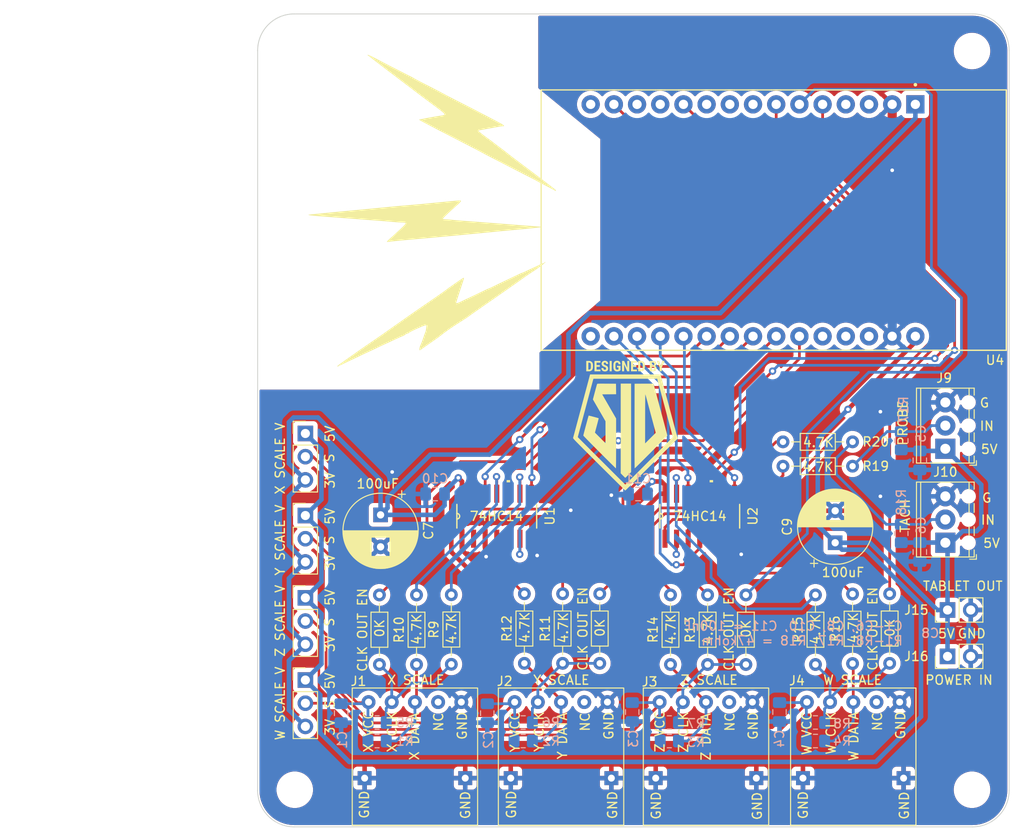
<source format=kicad_pcb>
(kicad_pcb (version 20240108) (generator "pcbnew") (generator_version "8.0")
  (layers (0 "F.Cu" signal) (31 "B.Cu" signal) (34 "B.Paste" user) (35 "F.Paste" user) (36 "B.SilkS" user "B.Silkscreen") (37 "F.SilkS" user "F.Silkscreen") (38 "B.Mask" user) (39 "F.Mask" user) (44 "Edge.Cuts" user))
  (net 0 "")
  (net 1 "/X_SCALE_VIN")
  (net 2 "GND")
  (net 3 "+3V3")
  (net 4 "/Z_SCALE_VIN")
  (net 5 "/W_SCALE_VIN")
  (net 6 "+5V")
  (net 8 "/X_D")
  (net 9 "/X_CLK")
  (net 11 "/Y_D")
  (net 12 "/Y_CLK")
  (net 14 "/Z_CLK")
  (net 15 "/Z_D")
  (net 16 "/W_D")
  (net 18 "/W_CLK")
  (net 19 "Net-(J9-Pin_2)")
  (net 20 "Net-(J10-Pin_2)")
  (net 21 "/X_CLOCK_OUT")
  (net 22 "/Y_CLOCK_OUT")
  (net 23 "/Z_CLOCK_OUT")
  (net 24 "/W_CLOCK_OUT")
  (net 25 "Net-(R9-Pad2)")
  (net 26 "Net-(R10-Pad2)")
  (net 27 "Net-(R11-Pad2)")
  (net 28 "Net-(R12-Pad2)")
  (net 29 "Net-(R13-Pad2)")
  (net 30 "Net-(R14-Pad2)")
  (net 31 "Net-(R15-Pad2)")
  (net 32 "Net-(R16-Pad2)")
  (net 33 "Net-(R19-Pad2)")
  (net 34 "Net-(R20-Pad2)")
  (net 35 "/Y_DATA")
  (net 36 "/X_CLOCK_IN")
  (net 37 "/PROBE")
  (net 38 "/X_DATA")
  (net 39 "/Y_CLOCK_IN")
  (net 40 "/TACH")
  (net 41 "/W_DATA")
  (net 42 "/Z_CLOCK_IN")
  (net 43 "/Z_DATA")
  (net 44 "/W_CLOCK_IN")
  (net 57 "/Y_SCALE_VIN")
  (footprint "TerminalBlock_Phoenix:TerminalBlock_Phoenix_MPT-0,5-3-2.54_1x03_P2.54mm_Horizontal" (layer "F.Cu") (at 100.584 73.152 90)
    (property "Reference" "J9")
    (property "Value" "PROBE")
  )
  (footprint "User Footprint Library:USB Breakout Board" (layer "F.Cu") (at 58.499 100.891)
    (property "Reference" "J2")
    (property "Value" "Y SCALE")
  )
  (footprint "Resistor_THT:R_Axial_DIN0204_L3.6mm_D1.6mm_P7.62mm_Horizontal" (layer "F.Cu") (at 70.485 96.774 90)
    (property "Reference" "R14")
    (property "Value" "4K7")
  )
  (footprint "Capacitor_THT:CP_Radial_D8.0mm_P3.50mm" (layer "F.Cu") (at 38.735 80.389349 -90)
    (property "Reference" "C7")
    (property "Value" "47u")
  )
  (footprint "Capacitor_THT:CP_Radial_D8.0mm_P3.50mm" (layer "F.Cu") (at 88.519 83.440651 90)
    (property "Reference" "C9")
    (property "Value" "47u")
  )
  (footprint "Resistor_THT:R_Axial_DIN0204_L3.6mm_D1.6mm_P7.62mm_Horizontal" (layer "F.Cu") (at 54.483 96.647 90)
    (property "Reference" "R12")
    (property "Value" "4K7")
  )
  (footprint "Resistor_THT:R_Axial_DIN0204_L3.6mm_D1.6mm_P7.62mm_Horizontal" (layer "F.Cu") (at 42.672 96.774 90)
    (property "Reference" "R10")
    (property "Value" "4K7")
  )
  (footprint "Resistor_THT:R_Axial_DIN0204_L3.6mm_D1.6mm_P7.62mm_Horizontal" (layer "F.Cu") (at 86.36 96.774 90)
    (property "Reference" "R15")
    (property "Value" "4K7")
  )
  (footprint "User Footprint Library:USB Breakout Board" (layer "F.Cu") (at 90.5 100.891)
    (property "Reference" "J4")
    (property "Value" "W SCALE")
  )
  (footprint "Connector_PinHeader_2.54mm:PinHeader_1x03_P2.54mm_Vertical" (layer "F.Cu") (at 30.5 89.475)
    (property "Reference" "J7" (hide yes))
    (property "Value" "Z SCALE")
  )
  (footprint "Connector_PinHeader_2.54mm:PinHeader_1x02_P2.54mm_Vertical" (layer "F.Cu") (at 100.82475 95.885 90)
    (property "Reference" "J16")
    (property "Value" "TABLET")
  )
  (footprint "Resistor_THT:R_Axial_DIN0204_L3.6mm_D1.6mm_P7.62mm_Horizontal" (layer "F.Cu") (at 58.674 96.647 90)
    (property "Reference" "R11")
    (property "Value" "4K7")
  )
  (footprint "TerminalBlock_Phoenix:TerminalBlock_Phoenix_MPT-0,5-3-2.54_1x03_P2.54mm_Horizontal" (layer "F.Cu") (at 100.584 83.439 90)
    (property "Reference" "J10")
    (property "Value" "TACH")
  )
  (footprint "User Footprint Library:14PIN_SOIC" (layer "F.Cu") (at 51.46 80.5362 90)
    (property "Reference" "U1")
    (property "Value" "74HC14")
  )
  (footprint "MountingHole:MountingHole_3.5mm" (layer "F.Cu") (at 103.505 110.49)
    (property "Reference" "J14" (hide yes))
    (property "Value" "MountingHole" (hide yes))
  )
  (footprint "Resistor_THT:R_Axial_DIN0204_L3.6mm_D1.6mm_P7.62mm_Horizontal" (layer "F.Cu") (at 90.424 96.6724 90)
    (property "Reference" "R16")
    (property "Value" "4K7")
  )
  (footprint "Connector_PinHeader_2.54mm:PinHeader_1x03_P2.54mm_Vertical" (layer "F.Cu") (at 30.5 98.475)
    (property "Reference" "J8" (hide yes))
    (property "Value" "W SCALE")
  )
  (footprint "Resistor_THT:R_Axial_DIN0204_L3.6mm_D1.6mm_P7.62mm_Horizontal" (layer "F.Cu") (at 94.488 96.647 90)
    (property "Reference" "R24" (hide yes))
    (property "Value" "0")
  )
  (footprint "User Footprint Library:USB Breakout Board" (layer "F.Cu") (at 74.374 100.891)
    (property "Reference" "J3")
    (property "Value" "Z SCALE")
  )
  (footprint "Connector_PinHeader_2.54mm:PinHeader_1x03_P2.54mm_Vertical" (layer "F.Cu") (at 30.5 71.475)
    (property "Reference" "J5" (hide yes))
    (property "Value" "X SCALE")
  )
  (footprint "MountingHole:MountingHole_3.5mm" (layer "F.Cu") (at 29.337 29.591)
    (property "Reference" "J11" (hide yes))
    (property "Value" "MountingHole" (hide yes))
  )
  (footprint "Resistor_THT:R_Axial_DIN0204_L3.6mm_D1.6mm_P7.62mm_Horizontal" (layer "F.Cu") (at 90.424 72.39 180)
    (property "Reference" "R20")
    (property "Value" "4K7")
  )
  (footprint "User Footprint Library:USB Breakout Board" (layer "F.Cu") (at 42.497 100.891)
    (property "Reference" "J1")
    (property "Value" "X SCALE")
  )
  (footprint "Resistor_THT:R_Axial_DIN0204_L3.6mm_D1.6mm_P7.62mm_Horizontal" (layer "F.Cu") (at 62.738 96.647 90)
    (property "Reference" "R22" (hide yes))
    (property "Value" "0")
  )
  (footprint "Resistor_THT:R_Axial_DIN0204_L3.6mm_D1.6mm_P7.62mm_Horizontal" (layer "F.Cu") (at 90.424 75.057 180)
    (property "Reference" "R19")
    (property "Value" "4K7")
  )
  (footprint "Connector_PinHeader_2.54mm:PinHeader_1x02_P2.54mm_Vertical" (layer "F.Cu") (at 100.82475 90.805 90)
    (property "Reference" "J15")
    (property "Value" "Power")
  )
  (footprint "MountingHole:MountingHole_3.5mm" (layer "F.Cu") (at 29.337 110.49)
    (property "Reference" "J13" (hide yes))
    (property "Value" "MountingHole" (hide yes))
  )
  (footprint "User Footprint Library:MODULE_ESP32_DEVKIT_V1 DOIT 30PIN" (layer "F.Cu") (at 81.788 48.133 -90)
    (property "Reference" "U4")
    (property "Value" "ESP32-DEVKIT-V1 DOIT 30PIN")
  )
  (footprint "Resistor_THT:R_Axial_DIN0204_L3.6mm_D1.6mm_P7.62mm_Horizontal" (layer "F.Cu") (at 78.74 96.774 90)
    (property "Reference" "R23" (hide yes))
    (property "Value" "0")
  )
  (footprint "MountingHole:MountingHole_3.5mm" (layer "F.Cu") (at 103.505 29.591)
    (property "Reference" "J12" (hide yes))
    (property "Value" "MountingHole" (hide yes))
  )
  (footprint "Resistor_THT:R_Axial_DIN0204_L3.6mm_D1.6mm_P7.62mm_Horizontal" (layer "F.Cu") (at 38.608 96.774 90)
    (property "Reference" "R21" (hide yes))
    (property "Value" "0")
  )
  (footprint "Resistor_THT:R_Axial_DIN0204_L3.6mm_D1.6mm_P7.62mm_Horizontal" (layer "F.Cu") (at 74.549 96.774 90)
    (property "Reference" "R13")
    (property "Value" "4K7")
  )
  (footprint "Connector_PinHeader_2.54mm:PinHeader_1x03_P2.54mm_Vertical" (layer "F.Cu") (at 30.5 80.46)
    (property "Reference" "J6" (hide yes))
    (property "Value" "Y SCALE")
  )
  (footprint "Resistor_THT:R_Axial_DIN0204_L3.6mm_D1.6mm_P7.62mm_Horizontal" (layer "F.Cu") (at 46.482 96.754 90)
    (property "Reference" "R9")
    (property "Value" "4K7")
  )
  (footprint "User Footprint Library:14PIN_SOIC" (layer "F.Cu") (at 73.69 80.5362 90)
    (property "Reference" "U2")
    (property "Value" "74HC14")
  )
  (footprint "Capacitor_SMD:C_0805_2012Metric_Pad1.18x1.45mm_HandSolder" (layer "B.Cu") (at 66.294 101.981 -90)
    (property "Reference" "C3")
    (property "Value" "100n")
  )
  (footprint "Resistor_SMD:R_0805_2012Metric_Pad1.20x1.40mm_HandSolder" (layer "B.Cu") (at 38.354 103.124 180)
    (property "Reference" "R5")
    (property "Value" "47K")
  )
  (footprint "Resistor_SMD:R_0805_2012Metric_Pad1.20x1.40mm_HandSolder" (layer "B.Cu") (at 70.358 103.124 180)
    (property "Reference" "R7")
    (property "Value" "47K")
  )
  (footprint "Resistor_SMD:R_0805_2012Metric_Pad1.20x1.40mm_HandSolder" (layer "B.Cu") (at 95.758 72.263 -90)
    (property "Reference" "R17")
    (property "Value" "47K")
  )
  (footprint "Resistor_SMD:R_0805_2012Metric_Pad1.20x1.40mm_HandSolder" (layer "B.Cu") (at 70.358 105.156 180)
    (property "Reference" "R3")
    (property "Value" "47K")
  )
  (footprint "Capacitor_SMD:C_0805_2012Metric_Pad1.18x1.45mm_HandSolder" (layer "B.Cu") (at 66.929 78.105 180)
    (property "Reference" "C11")
    (property "Value" "100n")
  )
  (footprint "Resistor_SMD:R_0805_2012Metric_Pad1.20x1.40mm_HandSolder" (layer "B.Cu") (at 54.356 105.156 180)
    (property "Reference" "R2")
    (property "Value" "47K")
  )
  (footprint "Resistor_SMD:R_0805_2012Metric_Pad1.20x1.40mm_HandSolder" (layer "B.Cu") (at 95.758 82.423 -90)
    (property "Reference" "R18")
    (property "Value" "47K")
  )
  (footprint "Resistor_SMD:R_0805_2012Metric_Pad1.20x1.40mm_HandSolder" (layer "B.Cu") (at 86.36 105.156 180)
    (property "Reference" "R4")
    (property "Value" "47K")
  )
  (footprint "Capacitor_SMD:C_0805_2012Metric_Pad1.18x1.45mm_HandSolder" (layer "B.Cu") (at 44.704 78.105 180)
    (property "Reference" "C10")
    (property "Value" "100n")
  )
  (footprint "Capacitor_SMD:C_0805_2012Metric_Pad1.18x1.45mm_HandSolder" (layer "B.Cu") (at 102.09975 93.345)
    (property "Reference" "C8")
    (property "Value" "100n")
  )
  (footprint "Capacitor_SMD:C_0805_2012Metric_Pad1.18x1.45mm_HandSolder" (layer "B.Cu") (at 97.79 84.455 -90)
    (property "Reference" "C6")
    (property "Value" "100n")
  )
  (footprint "Capacitor_SMD:C_0805_2012Metric_Pad1.18x1.45mm_HandSolder" (layer "B.Cu") (at 34.417 102.108 -90)
    (property "Reference" "C1")
    (property "Value" "100n")
  )
  (footprint "Capacitor_SMD:C_0805_2012Metric_Pad1.18x1.45mm_HandSolder" (layer "B.Cu") (at 50.419 102.108 -90)
    (property "Reference" "C2")
    (property "Value" "100n")
  )
  (footprint "Resistor_SMD:R_0805_2012Metric_Pad1.20x1.40mm_HandSolder" (layer "B.Cu") (at 86.36 103.124 180)
    (property "Reference" "R8")
    (property "Value" "47K")
  )
  (footprint "Resistor_SMD:R_0805_2012Metric_Pad1.20x1.40mm_HandSolder" (layer "B.Cu") (at 38.354 105.156 180)
    (property "Reference" "R1")
    (property "Value" "47K")
  )
  (footprint "Capacitor_SMD:C_0805_2012Metric_Pad1.18x1.45mm_HandSolder" (layer "B.Cu") (at 82.423 101.981 -90)
    (property "Reference" "C4")
    (property "Value" "100n")
  )
  (footprint "Resistor_SMD:R_0805_2012Metric_Pad1.20x1.40mm_HandSolder" (layer "B.Cu") (at 54.356 103.124 180)
    (property "Reference" "R6")
    (property "Value" "47K")
  )
  (footprint "Capacitor_SMD:C_0805_2012Metric_Pad1.18x1.45mm_HandSolder" (layer "B.Cu") (at 97.79 74.422 -90)
    (property "Reference" "C5")
    (property "Value" "100n")
  )
  (gr_poly (pts (xy 61.582371 63.527742) (xy 61.606321 63.529226) (xy 61.629636 63.531698) (xy 61.652317 63.535158) (xy 61.674363 63.539608) (xy 61.695774 63.545046) (xy 61.71655 63.551473) (xy 61.736692 63.558889) (xy 61.756199 63.567293) (xy 61.775071 63.576687) (xy 61.793308 63.587069) (xy 61.81091 63.598439) (xy 61.827878 63.610799) (xy 61.844211 63.624147) (xy 61.859909 63.638485) (xy 61.874973 63.653811) (xy 61.889362 63.669997) (xy 61.902841 63.686916) (xy 61.915412 63.704567) (xy 61.927072 63.722951) (xy 61.937824 63.742067) (xy 61.947666 63.761916) (xy 61.956598 63.782497) (xy 61.964621 63.803811) (xy 61.971735 63.825856) (xy 61.977939 63.848635) (xy 61.983234 63.872146) (xy 61.987619 63.896389) (xy 61.991095 63.921364) (xy 61.993662 63.947072) (xy 61.995319 63.973513) (xy 61.996066 64.000686) (xy 61.996066 64.185061) (xy 61.995602 64.212713) (xy 61.994211 64.239614) (xy 61.991892 64.265764) (xy 61.988644 64.291164) (xy 61.98447 64.315813) (xy 61.979367 64.339711) (xy 61.973337 64.362859) (xy 61.966379 64.385256) (xy 61.958493 64.406902) (xy 61.94968 64.427797) (xy 61.939939 64.447942) (xy 61.92927 64.467336) (xy 61.917673 64.485979) (xy 61.905148 64.503871) (xy 61.891696 64.521013) (xy 61.877316 64.537404) (xy 61.862219 64.552825) (xy 61.84642 64.56725) (xy 61.82992 64.580681) (xy 61.812717 64.593117) (xy 61.794812 64.604558) (xy 61.776206 64.615004) (xy 61.756897 64.624456) (xy 61.736887 64.632912) (xy 61.716175 64.640374) (xy 61.694761 64.64684) (xy 61.672645 64.652312) (xy 61.649827 64.656789) (xy 61.626307 64.660271) (xy 61.602085 64.662758) (xy 61.577161 64.664251) (xy 61.551536 64.664748) (xy 61.257005 64.664748) (xy 61.257005 64.474122) (xy 61.486692 64.474122) (xy 61.555443 64.474122) (xy 61.569533 64.473887) (xy 61.583091 64.473182) (xy 61.596119 64.472007) (xy 61.608616 64.470363) (xy 61.620582 64.468248) (xy 61.632017 64.465663) (xy 61.642921 64.462608) (xy 61.653294 64.459083) (xy 61.663136 64.455089) (xy 61.672446 64.450624) (xy 61.681226 64.445689) (xy 61.689475 64.440285) (xy 61.697193 64.43441) (xy 61.70438 64.428066) (xy 61.711036 64.421251) (xy 61.717161 64.413967) (xy 61.722846 64.406008) (xy 61.728184 64.397365) (xy 61.733173 64.388039) (xy 61.737815 64.378029) (xy 61.742109 64.367336) (xy 61.746055 64.355959) (xy 61.749653 64.343898) (xy 61.752903 64.331154) (xy 61.755805 64.317726) (xy 61.75836 64.303615) (xy 61.760566 64.28882) (xy 61.762424 64.273342) (xy 61.763935 64.25718) (xy 61.765098 64.240334) (xy 61.765913 64.222805) (xy 61.76638 64.204592) (xy 61.76638 64.006936) (xy 61.766206 63.987392) (xy 61.765684 63.968606) (xy 61.764814 63.950576) (xy 61.763596 63.933303) (xy 61.762031 63.916787) (xy 61.760117 63.901028) (xy 61.757856 63.886025) (xy 61.755247 63.87178) (xy 61.752289 63.858291) (xy 61.748984 63.845559) (xy 61.745331 63.833584) (xy 61.74133 63.822365) (xy 61.736982 63.811904) (xy 61.732285 63.802199) (xy 61.72724 63.793252) (xy 61.721848 63.785061) (xy 61.719003 63.781164) (xy 61.716037 63.777385) (xy 61.712949 63.773724) (xy 61.709738 63.77018) (xy 61.706406 63.766754) (xy 61.702951 63.763445) (xy 61.699374 63.760254) (xy 61.695676 63.75718) (xy 61.691855 63.754223) (xy 61.687912 63.751384) (xy 61.683847 63.748663) (xy 61.67966 63.746059) (xy 61.675351 63.743573) (xy 61.67092 63.741204) (xy 61.661691 63.736818) (xy 61.651975 63.732903) (xy 61.64177 63.729458) (xy 61.631076 63.726482) (xy 61.619895 63.723977) (xy 61.608225 63.721941) (xy 61.596066 63.720376) (xy 61.58342 63.71928) (xy 61.570285 63.718654) (xy 61.486692 63.718654) (xy 61.486692 64.474122) (xy 61.257005 64.474122) (xy 61.257005 63.527248) (xy 61.557786 63.527248)) (stroke (width -0.000001)) (fill solid) (layer "F.SilkS"))
  (gr_poly (pts (xy 66.171844 66.998319) (xy 66.172955 71.845302) (xy 66.173254 75.706713) (xy 65.861676 76.019104) (xy 65.739579 76.1404) (xy 65.637463 76.239731) (xy 65.597239 76.277956) (xy 65.566019 76.306846) (xy 65.545138 76.32512) (xy 65.538992 76.329875) (xy 65.535933 76.331496) (xy 65.534888 76.331175) (xy 65.533223 76.330224) (xy 65.528103 76.326491) (xy 65.520705 76.320423) (xy 65.511163 76.312145) (xy 65.486172 76.289466) (xy 65.45419 76.259458) (xy 65.416277 76.223128) (xy 65.373494 76.181481) (xy 65.326898 76.135523) (xy 65.277551 76.08626) (xy 65.277554 76.08626) (xy 65.033336 75.841022) (xy 65.033336 66.012746) (xy 66.171044 66.012746)) (stroke (width -0.000001)) (fill solid) (layer "F.SilkS"))
  (gr_poly (pts (xy 63.314531 63.511797) (xy 63.327352 63.512319) (xy 63.339995 63.513189) (xy 63.352461 63.514406) (xy 63.364751 63.515972) (xy 63.376863 63.517885) (xy 63.388799 63.520147) (xy 63.400557 63.522756) (xy 63.412139 63.525713) (xy 63.423543 63.529018) (xy 63.43477 63.532671) (xy 63.445821 63.536672) (xy 63.456694 63.541021) (xy 63.46739 63.545717) (xy 63.47791 63.550762) (xy 63.488252 63.556154) (xy 63.498357 63.561767) (xy 63.508162 63.567666) (xy 63.517668 63.573852) (xy 63.526875 63.580325) (xy 63.535783 63.587084) (xy 63.544392 63.594131) (xy 63.552702 63.601464) (xy 63.560713 63.609084) (xy 63.568425 63.616992) (xy 63.575837 63.625185) (xy 63.582951 63.633666) (xy 63.589766 63.642434) (xy 63.596281 63.651488) (xy 63.602498 63.66083) (xy 63.608415 63.670458) (xy 63.614034 63.680373) (xy 63.619426 63.690517) (xy 63.624471 63.700832) (xy 63.629167 63.711318) (xy 63.633516 63.721975) (xy 63.637517 63.732802) (xy 63.64117 63.743801) (xy 63.644475 63.75497) (xy 63.647432 63.766311) (xy 63.650041 63.777822) (xy 63.652303 63.789504) (xy 63.654216 63.801357) (xy 63.655782 63.813381) (xy 63.656999 63.825576) (xy 63.657869 63.837942) (xy 63.658391 63.850478) (xy 63.658565 63.863186) (xy 63.429659 63.863186) (xy 63.429525 63.853374) (xy 63.429122 63.843862) (xy 63.428451 63.834649) (xy 63.427511 63.825734) (xy 63.426302 63.817119) (xy 63.424825 63.808803) (xy 63.42308 63.800786) (xy 63.421065 63.793069) (xy 63.418783 63.78565) (xy 63.416231 63.77853) (xy 63.413412 63.771709) (xy 63.410323 63.765188) (xy 63.406966 63.758965) (xy 63.403341 63.753042) (xy 63.399447 63.747417) (xy 63.395284 63.742092) (xy 63.390966 63.736983) (xy 63.38641 63.732204) (xy 63.381615 63.727755) (xy 63.376583 63.723635) (xy 63.371313 63.719845) (xy 63.365804 63.716384) (xy 63.360058 63.713253) (xy 63.354073 63.710451) (xy 63.347851 63.707979) (xy 63.34139 63.705837) (xy 63.334692 63.704024) (xy 63.327755 63.702541) (xy 63.320581 63.701387) (xy 63.313168 63.700564) (xy 63.305517 63.700069) (xy 63.297629 63.699904) (xy 63.290213 63.700045) (xy 63.283005 63.700466) (xy 63.276004 63.701168) (xy 63.269211 63.70215) (xy 63.262625 63.703414) (xy 63.256247 63.704958) (xy 63.250076 63.706783) (xy 63.244113 63.708889) (xy 63.238357 63.711275) (xy 63.232809 63.713943) (xy 63.227469 63.716891) (xy 63.222336 63.720119) (xy 63.21741 63.723629) (xy 63.212692 63.727419) (xy 63.208182 63.73149) (xy 63.203879 63.735842) (xy 63.199811 63.740334) (xy 63.196005 63.745022) (xy 63.192462 63.749904) (xy 63.189181 63.754982) (xy 63.186163 63.760256) (xy 63.183407 63.765725) (xy 63.180914 63.771389) (xy 63.178683 63.777248) (xy 63.176715 63.783303) (xy 63.175009 63.789553) (xy 63.173566 63.795998) (xy 63.172385 63.802639) (xy 63.171466 63.809475) (xy 63.17081 63.816506) (xy 63.170416 63.823732) (xy 63.170285 63.831154) (xy 63.170432 63.83698) (xy 63.170871 63.842739) (xy 63.171603 63.84843) (xy 63.172629 63.854055) (xy 63.173947 63.859612) (xy 63.175558 63.865102) (xy 63.177463 63.870525) (xy 63.17966 63.875881) (xy 63.18215 63.88117) (xy 63.184933 63.886391) (xy 63.188009 63.891546) (xy 63.191378 63.896633) (xy 63.19504 63.901653) (xy 63.198995 63.906606) (xy 63.203243 63.911492) (xy 63.207784 63.916311) (xy 63.212698 63.92101) (xy 63.218063 63.925734) (xy 63.22388 63.930483) (xy 63.230148 63.935256) (xy 63.236868 63.940053) (xy 63.24404 63.944875) (xy 63.251663 63.949721) (xy 63.259738 63.954592) (xy 63.268264 63.959487) (xy 63.277243 63.964407) (xy 63.286672 63.96935) (xy 63.296554 63.974319) (xy 63.306887 63.979311) (xy 63.317672 63.984328) (xy 63.328909 63.98937) (xy 63.340597 63.994436) (xy 63.361041 64.002062) (xy 63.38077 64.009902) (xy 63.399786 64.017956) (xy 63.418087 64.026223) (xy 63.435674 64.034704) (xy 63.452547 64.043398) (xy 63.468706 64.052306) (xy 63.484151 64.061428) (xy 63.498882 64.070763) (xy 63.512899 64.080312) (xy 63.526201 64.090075) (xy 63.53879 64.100051) (xy 63.550664 64.110241) (xy 63.561824 64.120644) (xy 63.57227 64.131261) (xy 63.582002 64.142092) (xy 63.591179 64.153215) (xy 63.599764 64.164711) (xy 63.607757 64.17658) (xy 63.615157 64.18882) (xy 63.621966 64.201433) (xy 63.628182 64.214418) (xy 63.633807 64.227776) (xy 63.638839 64.241506) (xy 63.64328 64.255608) (xy 63.647128 64.270082) (xy 63.650384 64.284929) (xy 63.653049 64.300148) (xy 63.655121 64.31574) (xy 63.656601 64.331703) (xy 63.657489 64.34804) (xy 63.657785 64.364748) (xy 63.657416 64.383049) (xy 63.656308 64.400844) (xy 63.654462 64.418132) (xy 63.651877 64.434914) (xy 63.648553 64.451189) (xy 63.644491 64.466957) (xy 63.639691 64.482219) (xy 63.634152 64.496974) (xy 63.627874 64.511223) (xy 63.620858 64.524965) (xy 63.613104 64.538201) (xy 63.60461 64.550929) (xy 63.595379 64.563152) (xy 63.585408 64.574868) (xy 63.5747 64.586077) (xy 63.563252 64.596779) (xy 63.55117 64.606902) (xy 63.538558 64.616371) (xy 63.525414 64.625188) (xy 63.511739 64.633351) (xy 63.497533 64.640861) (xy 63.482796 64.647719) (xy 63.467528 64.653923) (xy 63.451729 64.659474) (xy 63.4354 64.664372) (xy 63.418539 64.668617) (xy 63.401147 64.672209) (xy 63.383224 64.675148) (xy 63.36477 64.677433) (xy 63.345785 64.679066) (xy 63.326269 64.680046) (xy 63.306222 64.680372) (xy 63.292529 64.680195) (xy 63.278988 64.679664) (xy 63.2656 64.678779) (xy 63.252365 64.67754) (xy 63.239282 64.675947) (xy 63.226351 64.674) (xy 63.213574 64.671699) (xy 63.200949 64.669044) (xy 63.188476 64.666035) (xy 63.176156 64.662672) (xy 63.163989 64.658955) (xy 63.151974 64.654884) (xy 63.140112 64.650459) (xy 63.128402 64.645681) (xy 63.116846 64.640548) (xy 63.105441 64.635061) (xy 63.094266 64.629244) (xy 63.083395 64.623122) (xy 63.07283 64.616695) (xy 63.06257 64.609962) (xy 63.052615 64.602925) (xy 63.042965 64.595583) (xy 63.033621 64.587935) (xy 63.024581 64.579982) (xy 63.015847 64.571724) (xy 63.007418 64.563161) (xy 62.999294 64.554293) (xy 62.991476 64.545119) (xy 62.983962 64.53564) (xy 62.976754 64.525856) (xy 62.969851 64.515767) (xy 62.963253 64.505373) (xy 62.957104 64.494707) (xy 62.951351 64.483803) (xy 62.945995 64.472661) (xy 62.941036 64.461281) (xy 62.936474 64.449663) (xy 62.932308 64.437807) (xy 62.928539 64.425713) (xy 62.925167 64.413381) (xy 62.922192 64.400811) (xy 62.919613 64.388002) (xy 62.917431 64.374956) (xy 62.915646 64.361672) (xy 62.914257 64.34815) (xy 62.913265 64.334389) (xy 62.91267 64.320391) (xy 62.912472 64.306154) (xy 63.142941 64.306154) (xy 63.14309 64.318248) (xy 63.143539 64.329921) (xy 63.144286 64.341173) (xy 63.145333 64.352004) (xy 63.146679 64.362413) (xy 63.148324 64.372402) (xy 63.150268 64.381969) (xy 63.152511 64.391115) (xy 63.155053 64.39984) (xy 63.157894 64.408144) (xy 63.161034 64.416027) (xy 63.164474 64.423488) (xy 63.168212 64.430528) (xy 63.17225 64.437147) (xy 63.176586 64.443345) (xy 63.181222 64.449122) (xy 63.186196 64.454515) (xy 63.191549 64.45956) (xy 63.19728 64.464256) (xy 63.20339 64.468605) (xy 63.209878 64.472606) (xy 63.216744 64.476259) (xy 63.223989 64.479564) (xy 63.231612 64.482521) (xy 63.239614 64.48513) (xy 63.247994 64.487392) (xy 63.256753 64.489305) (xy 63.265889 64.49087) (xy 63.275405 64.492088) (xy 63.285298 64.492958) (xy 63.295571 64.49348) (xy 63.306221 64.493654) (xy 63.313623 64.493529) (xy 63.32079 64.493156) (xy 63.327722 64.492534) (xy 63.33442 64.491664) (xy 63.340882 64.490545) (xy 63.347109 64.489177) (xy 63.353101 64.48756) (xy 63.358858 64.485695) (xy 63.36438 64.483581) (xy 63.369668 64.481218) (xy 63.37472 64.478606) (xy 63.379537 64.475746) (xy 63.384119 64.472637) (xy 63.388466 64.469279) (xy 63.392579 64.465673) (xy 63.396456 64.461818) (xy 63.400098 64.457714) (xy 63.403505 64.453361) (xy 63.406678 64.44876) (xy 63.409615 64.44391) (xy 63.412317 64.438812) (xy 63.414784 64.433464) (xy 63.417017 64.427868) (xy 63.419014 64.422023) (xy 63.420776 64.41593) (xy 63.422304 64.409587) (xy 63.423596 64.402996) (xy 63.424654 64.396157) (xy 63.425476 64.389068) (xy 63.426064 64.381731) (xy 63.426416 64.374145) (xy 63.426534 64.366311) (xy 63.426394 64.357753) (xy 63.425973 64.349465) (xy 63.425271 64.341445) (xy 63.424288 64.333693) (xy 63.423025 64.32621) (xy 63.421481 64.318996) (xy 63.419656 64.31205) (xy 63.41755 64.305373) (xy 63.415164 64.298964) (xy 63.412496 64.292824) (xy 63.409549 64.286953) (xy 63.40632 64.28135) (xy 63.40281 64.276015) (xy 63.39902 64.270949) (xy 63.394949 64.266152) (xy 63.390598 64.261623) (xy 63.385974 64.257122) (xy 63.380893 64.252602) (xy 63.375354 64.248064) (xy 63.369357 64.243507) (xy 63.362903 64.238933) (xy 63.355991 64.23434) (xy 63.348621 64.229729) (xy 63.340793 64.225099) (xy 63.332507 64.220451) (xy 63.323764 64.215785) (xy 63.314563 64.211101) (xy 63.304904 64.206398) (xy 63.294787 64.201677) (xy 63.284213 64.196938) (xy 63.273181 64.19218) (xy 63.261691 64.187404) (xy 63.240679 64.179213) (xy 63.220419 64.170851) (xy 63.200909 64.162319) (xy 63.18215 64.153615) (xy 63.164141 64.144741) (xy 63.146884 64.135695) (xy 63.130377 64.126479) (xy 63.11462 64.117092) (xy 63.099615 64.107534) (xy 63.08536 64.097805) (xy 63.071856 64.087905) (xy 63.059103 64.077834) (xy 63.0471 64.067592) (xy 63.035848 64.05718) (xy 63.025347 64.046596) (xy 63.015597 64.035842) (xy 63.006515 64.024782) (xy 62.998019 64.013478) (xy 62.990108 64.00193) (xy 62.982784 63.990138) (xy 62.976046 63.978102) (xy 62.969894 63.965822) (xy 62.964327 63.953297) (xy 62.959347 63.940529) (xy 62.954952 63.927516) (xy 62.951144 63.914259) (xy 62.947921 63.900759) (xy 62.945284 63.887013) (xy 62.943233 63.873024) (xy 62.941769 63.858791) (xy 62.94089 63.844313) (xy 62.940597 63.829592) (xy 62.940993 63.811846) (xy 62.942184 63.794545) (xy 62.944167 63.77769) (xy 62.946944 63.761281) (xy 62.950515 63.745317) (xy 62.954879 63.729799) (xy 62.960036 63.714727) (xy 62.965987 63.7001) (xy 62.972732 63.685918) (xy 62.980269 63.672182) (xy 62.988601 63.658892) (xy 62.997725 63.646047) (xy 63.007643 63.633648) (xy 63.018355 63.621694) (xy 63.02986 63.610186) (xy 63.042159 63.599123) (xy 63.055165 63.588527) (xy 63.068599 63.578615) (xy 63.08246 63.569387) (xy 63.096749 63.560842) (xy 63.111464 63.55298) (xy 63.126607 63.545803) (xy 63.142177 63.539309) (xy 63.158174 63.533498) (xy 63.174599 63.528371) (xy 63.191451 63.523928) (xy 63.20873 63.520168) (xy 63.226436 63.517092) (xy 63.244569 63.514699) (xy 63.26313 63.51299) (xy 63.282118 63.511965) (xy 63.301534 63.511623)) (stroke (width -0.000001)) (fill solid) (layer "F.SilkS"))
  (gr_poly (pts (xy 37.347823 30.01104) (xy 37.361712 30.013068) (xy 37.377738 30.016449) (xy 37.416155 30.027249) (xy 37.462982 30.043399) (xy 37.518124 30.064854) (xy 37.581489 30.091574) (xy 37.652983 30.123514) (xy 37.732514 30.160632) (xy 37.819987 30.202886) (xy 37.91531 30.250234) (xy 38.018389 30.302631) (xy 38.247443 30.422407) (xy 38.506402 30.561873) (xy 38.800768 30.717268) (xy 39.295575 30.973175) (xy 40.610369 31.644437) (xy 41.820706 32.263267) (xy 42.202443 32.46242) (xy 42.358735 32.548509) (xy 42.389995 32.56802) (xy 42.456571 32.605419) (xy 42.679145 32.725118) (xy 42.993398 32.890077) (xy 43.366269 33.082765) (xy 45.05814 33.958077) (xy 45.695219 34.293202) (xy 46.122169 34.522927) (xy 46.353957 34.645716) (xy 46.744098 34.847137) (xy 47.238142 35.09926) (xy 47.781637 35.374152) (xy 48.880108 35.932181) (xy 49.648538 36.330951) (xy 50.321216 36.685319) (xy 51.189472 37.136592) (xy 51.532763 37.316111) (xy 51.805772 37.46426) (xy 52.011699 37.583329) (xy 52.090506 37.632676) (xy 52.153741 37.675612) (xy 52.201805 37.712424) (xy 52.235096 37.743398) (xy 52.254016 37.768821) (xy 52.258211 37.779541) (xy 52.258963 37.78898) (xy 52.256321 37.797174) (xy 52.250337 37.80416) (xy 52.228538 37.814649) (xy 52.193966 37.820732) (xy 52.14702 37.822696) (xy 52.108435 37.824535) (xy 52.054066 37.829807) (xy 51.986417 37.838143) (xy 51.90799 37.849171) (xy 51.821291 37.862523) (xy 51.728822 37.87783) (xy 51.633088 37.89472) (xy 51.536592 37.912825) (xy 51.103268 37.994326) (xy 50.71534 38.063709) (xy 50.445384 38.111003) (xy 50.146484 38.165361) (xy 49.84315 38.222254) (xy 49.559891 38.277155) (xy 49.411976 38.306398) (xy 49.622637 38.494228) (xy 49.677425 38.54096) (xy 49.752647 38.601956) (xy 49.844934 38.674636) (xy 49.950914 38.756421) (xy 50.067217 38.844733) (xy 50.190472 38.936992) (xy 50.31731 39.03062) (xy 50.444359 39.123036) (xy 50.686912 39.299278) (xy 50.89561 39.453159) (xy 51.048205 39.568125) (xy 51.09651 39.60584) (xy 51.122446 39.627618) (xy 51.14861 39.649788) (xy 51.197573 39.688626) (xy 51.352583 39.807716) (xy 51.564856 39.967701) (xy 51.811773 40.151394) (xy 52.073174 40.346623) (xy 52.324887 40.538017) (xy 52.53827 40.703593) (xy 52.684679 40.821367) (xy 52.760147 40.882292) (xy 52.879123 40.975433) (xy 53.223293 41.239825) (xy 53.668572 41.577467) (xy 54.166343 41.951284) (xy 55.575204 43.007632) (xy 57.264305 44.296147) (xy 57.488801 44.467763) (xy 57.683843 44.619148) (xy 57.828508 44.733912) (xy 57.875411 44.77244) (xy 57.901875 44.795666) (xy 57.909189 44.803203) (xy 57.915591 44.810724) (xy 57.921108 44.818198) (xy 57.925769 44.825595) (xy 57.929601 44.832886) (xy 57.932633 44.840041) (xy 57.934892 44.84703) (xy 57.936407 44.853823) (xy 57.937204 44.860391) (xy 57.937314 44.866704) (xy 57.936762 44.872731) (xy 57.935577 44.878444) (xy 57.933787 44.883813) (xy 57.931421 44.888807) (xy 57.928505 44.893397) (xy 57.925068 44.897553) (xy 57.921139 44.901245) (xy 57.916743 44.904444) (xy 57.911911 44.90712) (xy 57.906669 44.909243) (xy 57.901046 44.910783) (xy 57.895069 44.911711) (xy 57.888767 44.911996) (xy 57.882168 44.911609) (xy 57.875298 44.910521) (xy 57.868187 44.9087) (xy 57.860862 44.906119) (xy 57.853352 44.902746) (xy 57.845683 44.898552) (xy 57.837885 44.893508) (xy 57.829985 44.887583) (xy 57.82201 44.880748) (xy 57.822006 44.880748) (xy 57.8119 44.873351) (xy 57.793027 44.861488) (xy 57.730916 44.825407) (xy 57.639541 44.774587) (xy 57.52277 44.711115) (xy 57.228507 44.55455) (xy 56.87907 44.372389) (xy 56.181575 44.008708) (xy 55.915199 43.867403) (xy 55.753003 43.779081) (xy 55.532352 43.661517) (xy 55.106813 43.440593) (xy 53.886104 42.815179) (xy 52.569643 42.142598) (xy 51.693238 41.690698) (xy 50.266513 40.947702) (xy 49.588164 40.592679) (xy 49.328601 40.454755) (xy 49.17008 40.368561) (xy 48.969812 40.261657) (xy 48.596579 40.067342) (xy 47.544569 39.526942) (xy 46.369423 38.924815) (xy 45.49987 38.475184) (xy 44.018202 37.70283) (xy 43.453161 37.407329) (xy 43.270262 37.309141) (xy 43.141412 37.236775) (xy 43.057337 37.184816) (xy 43.029193 37.164797) (xy 43.008766 37.14785) (xy 42.994895 37.133297) (xy 42.986423 37.120462) (xy 42.98219 37.108668) (xy 42.981036 37.097238) (xy 42.98119 37.094931) (xy 42.981647 37.092654) (xy 42.982399 37.090408) (xy 42.983438 37.088197) (xy 42.984758 37.086025) (xy 42.98635 37.083893) (xy 42.988207 37.081804) (xy 42.990322 37.079763) (xy 42.992687 37.07777) (xy 42.995294 37.07583) (xy 42.998136 37.073946) (xy 43.001205 37.072119) (xy 43.004494 37.070353) (xy 43.007996 37.068651) (xy 43.011702 37.067016) (xy 43.015605 37.065451) (xy 43.019698 37.063958) (xy 43.023973 37.06254) (xy 43.028423 37.061201) (xy 43.033039 37.059943) (xy 43.037815 37.058769) (xy 43.042743 37.057682) (xy 43.047815 37.056684) (xy 43.053024 37.05578) (xy 43.058362 37.054971) (xy 43.063822 37.05426) (xy 43.069397 37.053651) (xy 43.075078 37.053147) (xy 43.080858 37.052749) (xy 43.086729 37.052461) (xy 43.092685 37.052287) (xy 43.098717 37.052228) (xy 43.112016 37.051919) (xy 43.127515 37.051014) (xy 43.164353 37.047535) (xy 43.207712 37.042035) (xy 43.256071 37.034759) (xy 43.307913 37.025951) (xy 43.361717 37.015855) (xy 43.415964 37.004716) (xy 43.469135 36.992779) (xy 43.621765 36.960355) (xy 43.847737 36.916725) (xy 44.428697 36.811778) (xy 45.029981 36.709797) (xy 45.469559 36.642644) (xy 45.50106 36.63815) (xy 45.530778 36.633179) (xy 45.558694 36.627742) (xy 45.584785 36.621846) (xy 45.60903 36.615502) (xy 45.631408 36.60872) (xy 45.651897 36.601508) (xy 45.670477 36.593875) (xy 45.687125 36.585833) (xy 45.701822 36.577389) (xy 45.714544 36.568553) (xy 45.725272 36.559335) (xy 45.733984 36.549744) (xy 45.740658 36.53979) (xy 45.745274 36.529481) (xy 45.747809 36.518828) (xy 45.747523 36.513218) (xy 45.745325 36.506311) (xy 45.741247 36.498133) (xy 45.735321 36.488712) (xy 45.727578 36.478076) (xy 45.718052 36.466252) (xy 45.693773 36.439148) (xy 45.66274 36.407619) (xy 45.625206 36.371886) (xy 45.581426 36.332166) (xy 45.531656 36.28868) (xy 45.476149 36.241646) (xy 45.415161 36.191282) (xy 45.348946 36.137809) (xy 45.277759 36.081445) (xy 45.201854 36.02241) (xy 45.121487 35.960922) (xy 45.036913 35.8972) (xy 44.948385 35.831464) (xy 43.438845 34.710573) (xy 42.856448 34.272702) (xy 42.5005 33.999994) (xy 41.874677 33.522219) (xy 40.686947 32.623202) (xy 39.545629 31.759737) (xy 39.031394 31.367436) (xy 38.954339 31.306758) (xy 38.794563 31.183516) (xy 38.320194 30.821053) (xy 38.064115 30.624835) (xy 37.842585 30.452512) (xy 37.679302 30.322693) (xy 37.626909 30.279536) (xy 37.597964 30.253982) (xy 37.589329 30.24576) (xy 37.579725 30.237121) (xy 37.569253 30.228137) (xy 37.558015 30.218879) (xy 37.533645 30.199835) (xy 37.507425 30.180567) (xy 37.480168 30.161655) (xy 37.452682 30.143677) (xy 37.425779 30.127212) (xy 37.4128 30.119728) (xy 37.400271 30.112839) (xy 37.388319 30.106183) (xy 37.377034 30.099382) (xy 37.36646 30.092485) (xy 37.356642 30.085542) (xy 37.347623 30.078601) (xy 37.339448 30.071713) (xy 37.332162 30.064927) (xy 37.325809 30.058291) (xy 37.320432 30.051856) (xy 37.316077 30.045671) (xy 37.312787 30.039785) (xy 37.311556 30.036969) (xy 37.310608 30.034247) (xy 37.309948 30.031624) (xy 37.309582 30.029107) (xy 37.309516 30.026702) (xy 37.309755 30.024414) (xy 37.310305 30.022251) (xy 37.31117 30.020218) (xy 37.312358 30.018321) (xy 37.313873 30.016568) (xy 37.319096 30.013129) (xy 37.326503 30.011065) (xy 37.336083 30.010371)) (stroke (width -0.000001)) (fill solid) (layer "F.SilkS"))
  (gr_poly (pts (xy 68.589867 63.527559) (xy 68.611125 63.528493) (xy 68.631712 63.53005) (xy 68.651628 63.532229) (xy 68.670872 63.53503) (xy 68.689445 63.538454) (xy 68.707347 63.542501) (xy 68.724577 63.54717) (xy 68.741136 63.552462) (xy 68.757023 63.558376) (xy 68.772239 63.564913) (xy 68.786784 63.572072) (xy 68.800657 63.579854) (xy 68.813859 63.588259) (xy 68.82639 63.597286) (xy 68.838249 63.606936) (xy 68.849507 63.617089) (xy 68.860039 63.627822) (xy 68.869844 63.639135) (xy 68.878923 63.651027) (xy 68.887276 63.6635) (xy 68.894902 63.676552) (xy 68.901802 63.690185) (xy 68.907976 63.704397) (xy 68.913423 63.719189) (xy 68.918144 63.73456) (xy 68.922139 63.750512) (xy 68.925407 63.767043) (xy 68.92795 63.784154) (xy 68.929765 63.801845) (xy 68.930855 63.820116) (xy 68.931218 63.838967) (xy 68.931068 63.849712) (xy 68.93062 63.860268) (xy 68.929872 63.870635) (xy 68.928826 63.880812) (xy 68.92748 63.890801) (xy 68.925835 63.9006) (xy 68.923891 63.91021) (xy 68.921648 63.919631) (xy 68.919106 63.928862) (xy 68.916265 63.937905) (xy 68.913125 63.946758) (xy 68.909685 63.955422) (xy 68.905947 63.963896) (xy 68.901909 63.972182) (xy 68.897572 63.980278) (xy 68.892937 63.988186) (xy 68.888042 63.995867) (xy 68.882927 64.003286) (xy 68.877593 64.010442) (xy 68.872039 64.017336) (xy 68.866265 64.023967) (xy 68.860271 64.030336) (xy 68.854058 64.036443) (xy 68.847625 64.042287) (xy 68.840972 64.047869) (xy 68.834099 64.053188) (xy 68.827007 64.058245) (xy 68.819695 64.063039) (xy 68.812163 64.067571) (xy 68.804412 64.07184) (xy 68.79644 64.075847) (xy 68.788249 64.079592) (xy 68.797682 64.0825) (xy 68.806841 64.085756) (xy 68.815724 64.08936) (xy 68.824334 64.093312) (xy 68.832668 64.097612) (xy 68.840728 64.10226) (xy 68.848513 64.107256) (xy 68.856023 64.112599) (xy 68.863259 64.118291) (xy 68.87022 64.12433) (xy 68.876906 64.130718) (xy 68.883318 64.137453) (xy 68.889455 64.144536) (xy 68.895317 64.151967) (xy 68.900905 64.159746) (xy 68.906218 64.167873) (xy 68.911232 64.176198) (xy 68.915923 64.184768) (xy 68.92029 64.193581) (xy 68.924333 64.202639) (xy 68.928054 64.211941) (xy 68.93145 64.221486) (xy 68.934523 64.231277) (xy 68.937273 64.241311) (xy 68.939699 64.251589) (xy 68.941802 64.262112) (xy 68.943581 64.272878) (xy 68.945036 64.283889) (xy 68.946169 64.295144) (xy 68.946977 64.306643) (xy 68.947462 64.318386) (xy 68.947624 64.330373) (xy 68.947267 64.350759) (xy 68.946196 64.370509) (xy 68.944411 64.389626) (xy 68.941911 64.408107) (xy 68.938698 64.425954) (xy 68.93477 64.443165) (xy 68.930128 64.459742) (xy 68.924773 64.475685) (xy 68.918703 64.490992) (xy 68.911919 64.505665) (xy 68.90442 64.519703) (xy 68.896208 64.533107) (xy 68.887282 64.545875) (xy 68.877641 64.558009) (xy 68.867287 64.569508) (xy 68.856218 64.580372) (xy 68.844569 64.59059) (xy 68.83228 64.600148) (xy 68.81935 64.609047) (xy 68.805778 64.617286) (xy 68.791566 64.624867) (xy 68.776713 64.631788) (xy 68.76122 64.638051) (xy 68.745085 64.643654) (xy 68.72831 64.648597) (xy 68.710893 64.652882) (xy 68.692836 64.656508) (xy 68.674138 64.659474) (xy 68.654799 64.661781) (xy 68.634819 64.663429) (xy 68.614198 64.664418) (xy 68.592937 64.664747) (xy 68.216376 64.664747) (xy 68.216376 64.474122) (xy 68.446062 64.474122) (xy 68.592937 64.474122) (xy 68.600536 64.473972) (xy 68.607903 64.473523) (xy 68.615038 64.472776) (xy 68.621941 64.471729) (xy 68.628612 64.470383) (xy 68.635051 64.468739) (xy 68.641258 64.466795) (xy 68.647234 64.464552) (xy 68.652977 64.46201) (xy 68.658489 64.459168) (xy 68.663768 64.456028) (xy 68.668816 64.452589) (xy 68.673631 64.44885) (xy 68.678215 64.444813) (xy 68.682567 64.440476) (xy 68.686687 64.43584) (xy 68.690566 64.43093) (xy 68.694194 64.42577) (xy 68.697573 64.420359) (xy 68.700701 64.414698) (xy 68.703578 64.408787) (xy 68.706206 64.402625) (xy 68.708583 64.396214) (xy 68.71071 64.389552) (xy 68.712587 64.382639) (xy 68.714214 64.375477) (xy 68.71559 64.368064) (xy 68.716716 64.360401) (xy 68.717592 64.352488) (xy 68.718217 64.344325) (xy 68.718593 64.335911) (xy 68.718718 64.327247) (xy 68.718285 64.30869) (xy 68.716985 64.291298) (xy 68.714818 64.275071) (xy 68.711784 64.260011) (xy 68.707884 64.246116) (xy 68.703117 64.233387) (xy 68.700409 64.22746) (xy 68.697484 64.221824) (xy 68.694342 64.21648) (xy 68.690983 64.211427) (xy 68.687408 64.206666) (xy 68.683616 64.202196) (xy 68.679608 64.198017) (xy 68.675383 64.19413) (xy 68.670941 64.190534) (xy 68.666282 64.18723) (xy 68.661407 64.184217) (xy 68.656315 64.181496) (xy 68.651007 64.179066) (xy 68.645482 64.176927) (xy 68.63974 64.17508) (xy 68.633781 64.173524) (xy 68.627606 64.17226) (xy 68.621214 64.171287) (xy 68.60778 64.170216) (xy 68.446062 64.170216) (xy 68.446062 64.474122) (xy 68.216376 64.474122) (xy 68.216376 64.003029) (xy 68.446062 64.003029) (xy 68.565593 64.003029) (xy 68.573908 64.002893) (xy 68.581959 64.002483) (xy 68.589747 64.0018) (xy 68.59727 64.000844) (xy 68.604529 63.999615) (xy 68.611525 63.998113) (xy 68.618256 63.996337) (xy 68.624723 63.994289) (xy 68.630927 63.991967) (xy 68.636866 63.989373) (xy 68.642542 63.986505) (xy 68.647953 63.983364) (xy 68.653101 63.979949) (xy 68.657985 63.976262) (xy 68.662604 63.972302) (xy 68.66696 63.968068) (xy 68.671051 63.963561) (xy 68.674879 63.958781) (xy 68.678443 63.953729) (xy 68.681743 63.948402) (xy 68.684778 63.942803) (xy 68.68755 63.936931) (xy 68.690058 63.930785) (xy 68.692302 63.924367) (xy 68.694282 63.917675) (xy 68.695998 63.91071) (xy 68.697449 63.903472) (xy 68.698637 63.895961) (xy 68.699561 63.888177) (xy 68.700221 63.88012) (xy 68.700617 63.871789) (xy 68.700749 63.863186) (xy 68.700627 63.853689) (xy 68.700261 63.844533) (xy 68.699651 63.83572) (xy 68.698796 63.827248) (xy 68.697697 63.819118) (xy 68.696355 63.81133) (xy 68.694768 63.803884) (xy 68.692937 63.796779) (xy 68.690861 63.790016) (xy 68.688542 63.783596) (xy 68.685978 63.777516) (xy 68.683171 63.771779) (xy 68.680119 63.766384) (xy 68.676823 63.76133) (xy 68.673283 63.756618) (xy 68.669499 63.752248) (xy 68.66544 63.74818) (xy 68.661076 63.744374) (xy 68.656407 63.740831) (xy 68.651433 63.737551) (xy 68.646153 63.734533) (xy 68.640569 63.731777) (xy 68.634679 63.729284) (xy 68.628484 63.727053) (xy 68.621984 63.725084) (xy 68.615178 63.723378) (xy 68.608067 63.721935) (xy 68.600652 63.720754) (xy 68.592931 63.719835) (xy 68.584904 63.719179) (xy 68.576573 63.718786) (xy 68.567937 63.718654) (xy 68.446062 63.718654) (xy 68.446062 64.003029) (xy 68.216376 64.003029) (xy 68.216376 63.527248) (xy 68.567937 63.527248)) (stroke (width -0.000001)) (fill solid) (layer "F.SilkS"))
  (gr_poly (pts (xy 63.043612 66.016589) (xy 63.17478 66.017119) (xy 63.493234 66.019052) (xy 64.517398 66.025975) (xy 64.524527 66.601044) (xy 64.531657 67.176112) (xy 63.768809 67.183122) (xy 63.005961 67.190132) (xy 63.768294 68.511596) (xy 64.530627 69.833059) (xy 64.530627 72.566335) (xy 64.524776 74.496711) (xy 64.518443 75.083939) (xy 64.510709 75.299611) (xy 64.470394 75.263294) (xy 64.362582 75.159206) (xy 63.973988 74.776914) (xy 63.403963 74.211122) (xy 62.711543 73.520217) (xy 62.711543 73.520226) (xy 62.020742 72.826194) (xy 61.455129 72.25189) (xy 61.073063 71.857002) (xy 60.969099 71.745491) (xy 60.932907 71.701215) (xy 61.022478 71.340972) (xy 61.220085 70.596795) (xy 61.420854 69.858863) (xy 61.519909 69.517353) (xy 61.534261 69.518025) (xy 61.570061 69.524734) (xy 61.693813 69.553069) (xy 62.064602 69.647021) (xy 62.437249 69.748058) (xy 62.563324 69.785249) (xy 62.600633 69.797714) (xy 62.616728 69.805028) (xy 62.617041 69.810478) (xy 62.615214 69.823724) (xy 62.605542 69.871974) (xy 62.588515 69.946521) (xy 62.564933 70.044104) (xy 62.535601 70.161465) (xy 62.501319 70.295345) (xy 62.421118 70.599622) (xy 62.211774 71.380481) (xy 62.789117 71.957378) (xy 63.366461 72.534275) (xy 63.366461 70.134494) (xy 62.676369 68.94013) (xy 61.986278 67.745768) (xy 62.204307 66.92556) (xy 62.290807 66.60341) (xy 62.365154 66.332595) (xy 62.419426 66.141557) (xy 62.445703 66.058739) (xy 62.447914 66.054781) (xy 62.450562 66.051056) (xy 62.453801 66.047559) (xy 62.457782 66.044283) (xy 62.462661 66.041224) (xy 62.468589 66.038374) (xy 62.47572 66.03573) (xy 62.484208 66.033283) (xy 62.494205 66.03103) (xy 62.505865 66.028963) (xy 62.519341 66.027078) (xy 62.534787 66.025368) (xy 62.552355 66.023827) (xy 62.572198 66.02245) (xy 62.594471 66.021232) (xy 62.619326 66.020165) (xy 62.646917 66.019245) (xy 62.677396 66.018465) (xy 62.747633 66.017304) (xy 62.831265 66.016635) (xy 62.929516 66.016412)) (stroke (width -0.000001)) (fill solid) (layer "F.SilkS"))
  (gr_poly (pts (xy 47.4393 45.959508) (xy 47.478046 45.963578) (xy 47.506205 45.97004) (xy 47.525358 45.978846) (xy 47.537084 45.989952) (xy 47.542961 46.003311) (xy 47.544569 46.018876) (xy 47.544007 46.023659) (xy 47.54234 46.029345) (xy 47.539595 46.035905) (xy 47.535799 46.043308) (xy 47.525167 46.060532) (xy 47.510665 46.080782) (xy 47.492511 46.103824) (xy 47.470928 46.129426) (xy 47.446134 46.157353) (xy 47.41835 46.187371) (xy 47.387797 46.219248) (xy 47.354695 46.252748) (xy 47.319264 46.287638) (xy 47.281725 46.323685) (xy 47.242297 46.360655) (xy 47.201202 46.398314) (xy 47.158658 46.436428) (xy 47.114888 46.474764) (xy 46.80829 46.743486) (xy 46.517532 47.00445) (xy 46.250809 47.249776) (xy 46.016315 47.471582) (xy 45.822244 47.661987) (xy 45.67679 47.81311) (xy 45.624854 47.871477) (xy 45.588146 47.917068) (xy 45.567689 47.948898) (xy 45.563875 47.959345) (xy 45.564508 47.965981) (xy 45.566426 47.968573) (xy 45.568946 47.971132) (xy 45.57205 47.973654) (xy 45.57572 47.976138) (xy 45.579939 47.978579) (xy 45.584689 47.980974) (xy 45.595714 47.985614) (xy 45.608655 47.990033) (xy 45.623372 47.994203) (xy 45.639725 47.9981) (xy 45.657574 48.001697) (xy 45.676779 48.004968) (xy 45.697201 48.007887) (xy 45.718699 48.010429) (xy 45.741133 48.012566) (xy 45.764363 48.014274) (xy 45.788251 48.015526) (xy 45.812654 48.016296) (xy 45.837435 48.016559) (xy 45.8964 48.017732) (xy 45.97155 48.021096) (xy 46.0598 48.026414) (xy 46.158066 48.03345) (xy 46.372305 48.051735) (xy 46.482107 48.062513) (xy 46.589584 48.074066) (xy 46.860282 48.101423) (xy 47.219962 48.133398) (xy 47.621733 48.166014) (xy 48.018701 48.195293) (xy 48.989564 48.265515) (xy 50.033769 48.344876) (xy 51.959938 48.49246) (xy 52.737442 48.552216) (xy 53.441601 48.60923) (xy 54.180584 48.667306) (xy 55.0418 48.729628) (xy 55.663357 48.775459) (xy 55.897125 48.795423) (xy 56.081909 48.813674) (xy 56.219475 48.830405) (xy 56.311591 48.845807) (xy 56.341158 48.853069) (xy 56.360024 48.860072) (xy 56.368412 48.866838) (xy 56.366541 48.873392) (xy 56.350799 48.878745) (xy 56.313938 48.886044) (xy 56.183489 48.905726) (xy 55.988449 48.930917) (xy 55.742078 48.9601) (xy 55.148363 49.024359) (xy 54.508401 49.086349) (xy 53.234169 49.203231) (xy 51.959938 49.320967) (xy 51.271517 49.386811) (xy 50.448638 49.468593) (xy 49.625757 49.550379) (xy 48.937338 49.616219) (xy 46.418502 49.854067) (xy 44.818301 50.000955) (xy 43.129201 50.153691) (xy 41.854969 50.266787) (xy 41.115409 50.332188) (xy 40.477605 50.392589) (xy 39.98397 50.443806) (xy 39.67692 50.481653) (xy 39.626322 50.488521) (xy 39.579118 50.493612) (xy 39.536342 50.49691) (xy 39.499027 50.498398) (xy 39.468206 50.498059) (xy 39.455554 50.497198) (xy 39.444912 50.495875) (xy 39.43641 50.494087) (xy 39.430178 50.491831) (xy 39.426344 50.489106) (xy 39.425366 50.487566) (xy 39.425037 50.485909) (xy 39.42568 50.481074) (xy 39.42759 50.475229) (xy 39.430737 50.468405) (xy 39.435092 50.46063) (xy 39.44731 50.442346) (xy 39.46401 50.420615) (xy 39.484958 50.395673) (xy 39.509919 50.367756) (xy 39.538659 50.337101) (xy 39.570946 50.303945) (xy 39.606544 50.268522) (xy 39.64522 50.231071) (xy 39.686739 50.191827) (xy 39.730869 50.151027) (xy 39.777374 50.108906) (xy 39.82602 50.065703) (xy 39.876575 50.021652) (xy 39.928803 49.97699) (xy 39.990665 49.923315) (xy 40.075903 49.847466) (xy 40.301177 49.643262) (xy 40.573952 49.392402) (xy 40.863558 49.122913) (xy 41.032787 48.962778) (xy 41.174408 48.825026) (xy 41.289163 48.708822) (xy 41.377791 48.613332) (xy 41.41254 48.573094) (xy 41.441035 48.537721) (xy 41.463368 48.50711) (xy 41.479633 48.481155) (xy 41.489922 48.459753) (xy 41.494327 48.442799) (xy 41.494353 48.435958) (xy 41.492942 48.430189) (xy 41.490107 48.425481) (xy 41.485859 48.421819) (xy 41.476422 48.41694) (xy 41.463802 48.412188) (xy 41.448212 48.407589) (xy 41.429864 48.403168) (xy 41.40897 48.39895) (xy 41.385742 48.394959) (xy 41.360393 48.391221) (xy 41.333134 48.38776) (xy 41.304179 48.384602) (xy 41.273739 48.381772) (xy 41.209255 48.377193) (xy 41.141379 48.374225) (xy 41.1067 48.373406) (xy 41.07181 48.373066) (xy 40.991943 48.371708) (xy 40.894552 48.368212) (xy 40.662265 48.355739) (xy 40.405092 48.33752) (xy 40.153178 48.31543) (xy 39.860175 48.288444) (xy 39.491132 48.256904) (xy 38.713837 48.195853) (xy 36.969765 48.06605) (xy 35.217103 47.930473) (xy 33.261303 47.781035) (xy 31.822192 47.668719) (xy 31.354068 47.625207) (xy 31.04023 47.588226) (xy 30.870675 47.556351) (xy 30.836879 47.541883) (xy 30.83218 47.534939) (xy 30.835404 47.528158) (xy 30.864999 47.514996) (xy 30.924414 47.502221) (xy 31.127703 47.477118) (xy 32.52047 47.339079) (xy 34.12067 47.182801) (xy 36.550602 46.954545) (xy 37.272174 46.886231) (xy 38.091536 46.80632) (xy 40.233901 46.599405) (xy 41.004796 46.530964) (xy 41.706803 46.47379) (xy 42.54524 46.403172) (xy 43.395901 46.324156) (xy 44.9072 46.1772) (xy 46.122169 46.060519) (xy 46.896078 45.987902) (xy 47.14687 45.96807) (xy 47.323732 45.958729)) (stroke (width -0.000001)) (fill solid) (layer "F.SilkS"))
  (gr_poly (pts (xy 56.77577 52.700148) (xy 56.780402 52.704661) (xy 56.780623 52.712058) (xy 56.776565 52.722236) (xy 56.768358 52.735094) (xy 56.756133 52.750529) (xy 56.720154 52.788722) (xy 56.669673 52.835998) (xy 56.605738 52.89154) (xy 56.529395 52.954528) (xy 56.44169 53.024147) (xy 56.343672 53.099579) (xy 56.236386 53.180006) (xy 56.120879 53.26461) (xy 55.998198 53.352574) (xy 55.86939 53.443081) (xy 55.735501 53.535313) (xy 55.597579 53.628453) (xy 55.456669 53.721683) (xy 55.207841 53.885635) (xy 54.96846 54.045204) (xy 54.76575 54.18213) (xy 54.626936 54.278154) (xy 53.560137 55.036849) (xy 52.348903 55.886958) (xy 50.601942 57.101994) (xy 49.078104 58.163814) (xy 48.598504 58.502514) (xy 48.403306 58.645544) (xy 48.393466 58.654228) (xy 48.378621 58.665986) (xy 48.335123 58.697917) (xy 48.275229 58.73972) (xy 48.201353 58.789775) (xy 48.115913 58.846465) (xy 48.021322 58.90817) (xy 47.919998 58.973272) (xy 47.814356 59.040153) (xy 47.397219 59.30417) (xy 47.023008 59.545314) (xy 46.684952 59.768252) (xy 46.376279 59.977652) (xy 46.090216 60.178181) (xy 45.819993 60.374506) (xy 45.558838 60.571296) (xy 45.299978 60.773217) (xy 45.220097 60.8348) (xy 45.114806 60.913296) (xy 44.846014 61.10814) (xy 44.529637 61.331965) (xy 44.201712 61.558987) (xy 43.885567 61.776617) (xy 43.601262 61.974871) (xy 43.379936 62.131871) (xy 43.252726 62.225738) (xy 43.217703 62.252527) (xy 43.183006 62.277517) (xy 43.14954 62.300164) (xy 43.118208 62.319919) (xy 43.089914 62.336236) (xy 43.07719 62.342935) (xy 43.065564 62.348568) (xy 43.05515 62.353069) (xy 43.046061 62.356369) (xy 43.03841 62.358399) (xy 43.03231 62.359091) (xy 43.023673 62.35821) (xy 43.015858 62.355606) (xy 43.008858 62.351332) (xy 43.002664 62.345445) (xy 42.997268 62.337997) (xy 42.992662 62.329046) (xy 42.988837 62.318644) (xy 42.985787 62.306848) (xy 42.983501 62.293712) (xy 42.981973 62.27929) (xy 42.981194 62.263639) (xy 42.981155 62.246812) (xy 42.981849 62.228864) (xy 42.983268 62.209851) (xy 42.988246 62.168847) (xy 42.996024 62.12424) (xy 43.006537 62.076466) (xy 43.019718 62.025967) (xy 43.035503 61.97318) (xy 43.053826 61.918545) (xy 43.074622 61.862499) (xy 43.097826 61.805484) (xy 43.123371 61.747936) (xy 43.155137 61.676493) (xy 43.190908 61.591136) (xy 43.229463 61.495071) (xy 43.269581 61.391503) (xy 43.310038 61.283639) (xy 43.349614 61.174683) (xy 43.387087 61.067843) (xy 43.421234 60.966324) (xy 43.485748 60.774796) (xy 43.546433 60.603804) (xy 43.596471 60.471996) (xy 43.615366 60.426613) (xy 43.629043 60.398018) (xy 43.634591 60.386638) (xy 43.640423 60.372069) (xy 43.646488 60.354538) (xy 43.652738 60.334268) (xy 43.659124 60.311486) (xy 43.665597 60.286415) (xy 43.678609 60.230308) (xy 43.691383 60.167747) (xy 43.703527 60.100532) (xy 43.714652 60.030461) (xy 43.724365 59.959335) (xy 43.767406 59.614829) (xy 43.594944 59.649321) (xy 43.532023 59.666316) (xy 43.44429 59.69641) (xy 43.210063 59.788639) (xy 42.92362 59.911497) (xy 42.616314 60.050474) (xy 42.319503 60.191061) (xy 42.064539 60.318747) (xy 41.88278 60.419021) (xy 41.82915 60.454345) (xy 41.80558 60.477375) (xy 41.804452 60.479653) (xy 41.803111 60.481902) (xy 41.801564 60.48412) (xy 41.799817 60.486303) (xy 41.797878 60.488448) (xy 41.795752 60.490553) (xy 41.793448 60.492616) (xy 41.790972 60.494632) (xy 41.788331 60.4966) (xy 41.785532 60.498515) (xy 41.782582 60.500377) (xy 41.779487 60.502181) (xy 41.772892 60.505605) (xy 41.765803 60.508766) (xy 41.758274 60.511641) (xy 41.750361 60.514206) (xy 41.74212 60.516439) (xy 41.733604 60.518317) (xy 41.72487 60.519818) (xy 41.715973 60.520918) (xy 41.706968 60.521595) (xy 41.697909 60.521826) (xy 41.687946 60.522594) (xy 41.676284 60.52485) (xy 41.663069 60.528516) (xy 41.648445 60.533517) (xy 41.632557 60.539777) (xy 41.61555 60.54722) (xy 41.597568 60.555769) (xy 41.578756 60.56535) (xy 41.559259 60.575886) (xy 41.53922 60.587301) (xy 41.518786 60.599518) (xy 41.4981 60.612463) (xy 41.477308 60.626059) (xy 41.456553 60.64023) (xy 41.435981 60.654901) (xy 41.415737 60.669994) (xy 41.375531 60.699758) (xy 41.335735 60.727526) (xy 41.297383 60.752688) (xy 41.26151 60.774639) (xy 41.22915 60.792769) (xy 41.214611 60.800212) (xy 41.201338 60.806472) (xy 41.18946 60.811473) (xy 41.179108 60.815139) (xy 41.17041 60.817395) (xy 41.163495 60.818163) (xy 41.155766 60.819041) (xy 41.144677 60.821614) (xy 41.130439 60.825797) (xy 41.113262 60.831504) (xy 41.070927 60.847139) (xy 41.019352 60.867828) (xy 40.960216 60.892875) (xy 40.895196 60.921588) (xy 40.825973 60.953273) (xy 40.754223 60.987238) (xy 40.59912 61.061117) (xy 40.43649 61.137289) (xy 40.285638 61.206784) (xy 40.165871 61.260632) (xy 39.906823 61.376863) (xy 39.489231 61.570031) (xy 38.758026 61.91243) (xy 37.558138 62.476357) (xy 36.669137 62.893404) (xy 35.274865 63.553582) (xy 34.710175 63.824904) (xy 34.432624 63.962037) (xy 34.421675 63.967795) (xy 34.41012 63.973392) (xy 34.398058 63.978799) (xy 34.385587 63.983986) (xy 34.372806 63.988924) (xy 34.359814 63.993586) (xy 34.346709 63.997941) (xy 34.333591 64.00196) (xy 34.320558 64.005615) (xy 34.307709 64.008877) (xy 34.295143 64.011717) (xy 34.282958 64.014105) (xy 34.271253 64.016013) (xy 34.260127 64.017412) (xy 34.249678 64.018272) (xy 34.240006 64.018566) (xy 34.230868 64.018873) (xy 34.221987 64.019775) (xy 34.213407 64.02124) (xy 34.205176 64.02324) (xy 34.197339 64.025743) (xy 34.189942 64.028719) (xy 34.183031 64.032138) (xy 34.176653 64.035969) (xy 34.170852 64.040183) (xy 34.165676 64.044748) (xy 34.16117 64.049635) (xy 34.159183 64.052189) (xy 34.15738 64.054813) (xy 34.155768 64.057501) (xy 34.154352 64.060251) (xy 34.153139 64.063059) (xy 34.152133 64.065921) (xy 34.15134 64.068832) (xy 34.150767 64.07179) (xy 34.150419 64.07479) (xy 34.150302 64.077829) (xy 34.150171 64.080867) (xy 34.149782 64.083867) (xy 34.149143 64.086824) (xy 34.148259 64.089735) (xy 34.147137 64.092596) (xy 34.145783 64.095404) (xy 34.144203 64.098154) (xy 34.142405 64.100842) (xy 34.140394 64.103466) (xy 34.138177 64.10602) (xy 34.13576 64.108502) (xy 34.13315 64.110907) (xy 34.130353 64.113232) (xy 34.127375 64.115473) (xy 34.124224 64.117626) (xy 34.120904 64.119687) (xy 34.117424 64.121653) (xy 34.113788 64.123519) (xy 34.110005 64.125283) (xy 34.106079 64.126939) (xy 34.102017 64.128485) (xy 34.097827 64.129916) (xy 34.093513 64.131229) (xy 34.089083 64.13242) (xy 34.084544 64.133485) (xy 34.0799 64.13442) (xy 34.07516 64.135222) (xy 34.070329 64.135887) (xy 34.065414 64.13641) (xy 34.06042 64.136789) (xy 34.055355 64.137019) (xy 34.050226 64.137096) (xy 34.034709 64.136935) (xy 34.021319 64.136382) (xy 34.015426 64.135927) (xy 34.010069 64.135337) (xy 34.005252 64.134598) (xy 34.000974 64.133699) (xy 33.997239 64.132626) (xy 33.994048 64.131367) (xy 33.991403 64.129909) (xy 33.989305 64.12824) (xy 33.987757 64.126347) (xy 33.986759 64.124218) (xy 33.986315 64.121839) (xy 33.986425 64.119199) (xy 33.987091 64.116284) (xy 33.988315 64.113082) (xy 33.990099 64.10958) (xy 33.992445 64.105766) (xy 33.995354 64.101627) (xy 33.998829 64.097151) (xy 34.00287 64.092324) (xy 34.00748 64.087135) (xy 34.018413 64.075617) (xy 34.031641 64.062497) (xy 34.04718 64.047673) (xy 34.065043 64.031045) (xy 34.065045 64.031033) (xy 34.106174 63.997076) (xy 34.179438 63.940936) (xy 34.280737 63.86559) (xy 34.405973 63.774018) (xy 34.711862 63.554103) (xy 35.064316 63.305013) (xy 35.777314 62.803302) (xy 36.24965 62.467649) (xy 36.460035 62.319496) (xy 36.81039 62.076814) (xy 37.735937 61.442425) (xy 38.662192 60.807457) (xy 39.224637 60.415223) (xy 39.572471 60.167047) (xy 40.168553 59.746021) (xy 42.092037 58.394879) (xy 42.813795 57.892395) (xy 43.425539 57.47207) (xy 44.170032 56.962957) (xy 44.937249 56.432097) (xy 45.565344 55.992102) (xy 45.892471 55.755583) (xy 45.957666 55.704266) (xy 46.021789 55.655037) (xy 46.095277 55.600421) (xy 46.188566 55.532943) (xy 46.312094 55.445127) (xy 46.476297 55.329499) (xy 46.968477 54.984904) (xy 47.199588 54.824127) (xy 47.389418 54.694089) (xy 47.541741 54.592472) (xy 47.660334 54.516959) (xy 47.74897 54.465231) (xy 47.783235 54.447562) (xy 47.811426 54.434971) (xy 47.834016 54.427166) (xy 47.851477 54.423859) (xy 47.86428 54.42476) (xy 47.872897 54.429578) (xy 47.873797 54.431353) (xy 47.874252 54.434405) (xy 47.873863 54.444202) (xy 47.871804 54.4587) (xy 47.868149 54.477633) (xy 47.862975 54.500731) (xy 47.856355 54.527725) (xy 47.839078 54.592332) (xy 47.816916 54.669307) (xy 47.790467 54.756502) (xy 47.76033 54.851771) (xy 47.727102 54.952967) (xy 47.24674 56.414448) (xy 47.077137 56.945679) (xy 47.011172 57.168768) (xy 47.011681 57.175346) (xy 47.013211 57.181209) (xy 47.015765 57.186355) (xy 47.019346 57.190785) (xy 47.023957 57.194496) (xy 47.029601 57.197489) (xy 47.036281 57.199762) (xy 47.044 57.201315) (xy 47.052761 57.202147) (xy 47.062568 57.202256) (xy 47.073422 57.201643) (xy 47.085328 57.200305) (xy 47.098288 57.198243) (xy 47.112305 57.195456) (xy 47.127383 57.191942) (xy 47.143524 57.187702) (xy 47.160732 57.182733) (xy 47.179009 57.177035) (xy 47.218783 57.16345) (xy 47.262872 57.14694) (xy 47.3113 57.127497) (xy 47.364091 57.105116) (xy 47.42127 57.079788) (xy 47.48286 57.051509) (xy 47.548887 57.02027) (xy 47.904958 56.850784) (xy 48.22614 56.699733) (xy 48.728206 56.461448) (xy 49.519177 56.082243) (xy 49.908741 55.896039) (xy 50.232637 55.743553) (xy 50.457096 55.640522) (xy 50.521484 55.612469) (xy 50.548349 55.602681) (xy 50.555081 55.601029) (xy 50.568341 55.596183) (xy 50.613029 55.577561) (xy 50.679573 55.548121) (xy 50.765133 55.509167) (xy 50.981942 55.407945) (xy 51.240741 55.28434) (xy 53.546694 54.17879) (xy 54.040046 53.950751) (xy 54.160268 53.899784) (xy 54.210837 53.883946) (xy 54.215608 53.883056) (xy 54.224031 53.880443) (xy 54.251014 53.870402) (xy 54.290146 53.854529) (xy 54.339786 53.833526) (xy 54.398295 53.808098) (xy 54.464033 53.778949) (xy 54.53536 53.746783) (xy 54.610636 53.712305) (xy 55.584641 53.260418) (xy 56.209789 52.96488) (xy 56.272893 52.935204) (xy 56.334833 52.907519) (xy 56.394034 52.882431) (xy 56.448921 52.860546) (xy 56.49792 52.842469) (xy 56.539453 52.828808) (xy 56.571948 52.820166) (xy 56.584313 52.817918) (xy 56.593827 52.817151) (xy 56.601754 52.816844) (xy 56.609458 52.815942) (xy 56.6169 52.814477) (xy 56.62404 52.812477) (xy 56.630838 52.809974) (xy 56.637254 52.806998) (xy 56.643249 52.803579) (xy 56.648781 52.799747) (xy 56.653813 52.795533) (xy 56.656128 52.793293) (xy 56.658302 52.790968) (xy 56.660332 52.788563) (xy 56.662211 52.786081) (xy 56.663934 52.783526) (xy 56.665498 52.780902) (xy 56.666896 52.778214) (xy 56.668124 52.775463) (xy 56.669177 52.772655) (xy 56.670049 52.769794) (xy 56.670737 52.766882) (xy 56.671234 52.763924) (xy 56.671536 52.760923) (xy 56.671637 52.757884) (xy 56.671762 52.754846) (xy 56.67213 52.751847) (xy 56.672737 52.74889) (xy 56.673575 52.745979) (xy 56.67464 52.743118) (xy 56.675925 52.740311) (xy 56.677424 52.737561) (xy 56.67913 52.734873) (xy 56.681038 52.73225) (xy 56.683142 52.729696) (xy 56.685435 52.727214) (xy 56.687911 52.724809) (xy 56.690565 52.722484) (xy 56.693391 52.720243) (xy 56.696381 52.71809) (xy 56.699531 52.716029) (xy 56.702833 52.714064) (xy 56.706283 52.712197) (xy 56.709873 52.710434) (xy 56.713598 52.708778) (xy 56.717452 52.707232) (xy 56.721428 52.705801) (xy 56.725521 52.704488) (xy 56.729725 52.703297) (xy 56.734032 52.702232) (xy 56.738438 52.701297) (xy 56.742937 52.700495) (xy 56.747521 52.69983) (xy 56.752185 52.699307) (xy 56.756923 52.698928) (xy 56.761729 52.698698) (xy 56.766597 52.698621)) (stroke (width -0.000001)) (fill solid) (layer "F.SilkS"))
  (gr_poly (pts (xy 67.269086 63.527742) (xy 67.293036 63.529226) (xy 67.316351 63.531698) (xy 67.339032 63.535158) (xy 67.361078 63.539608) (xy 67.382489 63.545046) (xy 67.403266 63.551473) (xy 67.423407 63.558889) (xy 67.442914 63.567293) (xy 67.461786 63.576687) (xy 67.480023 63.587069) (xy 67.497626 63.598439) (xy 67.514594 63.610799) (xy 67.530927 63.624147) (xy 67.546625 63.638485) (xy 67.561688 63.653811) (xy 67.576077 63.669997) (xy 67.589557 63.686916) (xy 67.602127 63.704567) (xy 67.613788 63.722951) (xy 67.62454 63.742067) (xy 67.634382 63.761916) (xy 67.643314 63.782497) (xy 67.651337 63.803811) (xy 67.658451 63.825856) (xy 67.664655 63.848635) (xy 67.66995 63.872146) (xy 67.674335 63.896389) (xy 67.677811 63.921364) (xy 67.680378 63.947072) (xy 67.682035 63.973513) (xy 67.682782 64.000686) (xy 67.682782 64.185061) (xy 67.682318 64.212713) (xy 67.680927 64.239614) (xy 67.678607 64.265764) (xy 67.67536 64.291164) (xy 67.671185 64.315813) (xy 67.666083 64.339711) (xy 67.660053 64.362859) (xy 67.653095 64.385256) (xy 67.645209 64.406902) (xy 67.636395 64.427797) (xy 67.626654 64.447942) (xy 67.615985 64.467336) (xy 67.604389 64.485979) (xy 67.591864 64.503871) (xy 67.578412 64.521013) (xy 67.564032 64.537404) (xy 67.548935 64.552825) (xy 67.533136 64.56725) (xy 67.516636 64.580681) (xy 67.499433 64.593117) (xy 67.481528 64.604558) (xy 67.462922 64.615004) (xy 67.443614 64.624456) (xy 67.423603 64.632912) (xy 67.402891 64.640374) (xy 67.381477 64.64684) (xy 67.359361 64.652312) (xy 67.336543 64.656789) (xy 67.313023 64.660271) (xy 67.288802 64.662758) (xy 67.263878 64.664251) (xy 67.238252 64.664748) (xy 66.943719 64.664748) (xy 66.943719 64.474122) (xy 67.173407 64.474122) (xy 67.242157 64.474122) (xy 67.256247 64.473887) (xy 67.269806 64.473182) (xy 67.282834 64.472007) (xy 67.295331 64.470363) (xy 67.307297 64.468248) (xy 67.318732 64.465663) (xy 67.329636 64.462608) (xy 67.340009 64.459083) (xy 67.34985 64.455089) (xy 67.359161 64.450624) (xy 67.367941 64.445689) (xy 67.37619 64.440285) (xy 67.383908 64.43441) (xy 67.391095 64.428066) (xy 67.397751 64.421251) (xy 67.403876 64.413967) (xy 67.409561 64.406008) (xy 67.414899 64.397365) (xy 67.419888 64.388039) (xy 67.42453 64.378029) (xy 67.428824 64.367336) (xy 67.43277 64.355959) (xy 67.436368 64.343898) (xy 67.439618 64.331154) (xy 67.44252 64.317726) (xy 67.445074 64.303615) (xy 67.447281 64.28882) (xy 67.449139 64.273342) (xy 67.45065 64.25718) (xy 67.451813 64.240334) (xy 67.452628 64.222805) (xy 67.453094 64.204592) (xy 67.453094 64.006936) (xy 67.452921 63.987392) (xy 67.452399 63.968606) (xy 67.451529 63.950576) (xy 67.450311 63.933303) (xy 67.448746 63.916787) (xy 67.446832 63.901028) (xy 67.444571 63.886025) (xy 67.441962 63.87178) (xy 67.439005 63.858291) (xy 67.435699 63.845559) (xy 67.432047 63.833584) (xy 67.428046 63.822365) (xy 67.423697 63.811904) (xy 67.419 63.802199) (xy 67.413956 63.793252) (xy 67.408563 63.785061) (xy 67.405719 63.781164) (xy 67.402753 63.777385) (xy 67.399664 63.773724) (xy 67.396454 63.77018) (xy 67.393121 63.766754) (xy 67.389667 63.763445) (xy 67.38609 63.760254) (xy 67.382391 63.75718) (xy 67.378571 63.754223) (xy 67.374628 63.751384) (xy 67.370563 63.748663) (xy 67.366376 63.746059) (xy 67.362067 63.743573) (xy 67.357636 63.741204) (xy 67.348407 63.736818) (xy 67.33869 63.732903) (xy 67.328485 63.729458) (xy 67.317792 63.726482) (xy 67.30661 63.723977) (xy 67.29494 63.721941) (xy 67.282782 63.720376) (xy 67.270136 63.71928) (xy 67.257001 63.718654) (xy 67.173407 63.718654) (xy 67.173407 64.474122) (xy 66.943719 64.474122) (xy 66.943719 63.527248) (xy 67.244501 63.527248)) (stroke (width -0.000001)) (fill solid) (layer "F.SilkS"))
  (gr_poly (pts (xy 64.049971 64.664748) (xy 63.820284 64.664748) (xy 63.820284 63.527248) (xy 64.049971 63.527248)) (stroke (width -0.000001)) (fill solid) (layer "F.SilkS"))
  (gr_poly (pts (xy 69.41403 64.038185) (xy 69.585124 63.527248) (xy 69.835124 63.527248) (xy 69.530437 64.252247) (xy 69.530437 64.664747) (xy 69.297624 64.664747) (xy 69.297624 64.252247) (xy 68.992155 63.527248) (xy 69.242155 63.527248)) (stroke (width -0.000001)) (fill solid) (layer "F.SilkS"))
  (gr_poly (pts (xy 64.650883 63.51198) (xy 64.672956 63.513051) (xy 64.694315 63.514837) (xy 64.71496 63.517336) (xy 64.734891 63.520549) (xy 64.754108 63.524477) (xy 64.772611 63.529119) (xy 64.790399 63.534475) (xy 64.807474 63.540545) (xy 64.823834 63.547329) (xy 64.839481 63.554827) (xy 64.854413 63.563039) (xy 64.868631 63.571965) (xy 64.882135 63.581606) (xy 64.894925 63.591961) (xy 64.907001 63.603029) (xy 64.918506 63.614861) (xy 64.929388 63.627504) (xy 64.939648 63.64096) (xy 64.949286 63.655227) (xy 64.958301 63.670305) (xy 64.966693 63.686196) (xy 64.974463 63.702898) (xy 64.98161 63.720412) (xy 64.988135 63.738738) (xy 64.994037 63.757875) (xy 64.999317 63.777825) (xy 65.003974 63.798586) (xy 65.008008 63.820159) (xy 65.01142 63.842543) (xy 65.014209 63.86574) (xy 65.016376 63.889748) (xy 64.792938 63.889748) (xy 64.791663 63.876445) (xy 64.790179 63.863686) (xy 64.788489 63.851469) (xy 64.786591 63.839796) (xy 64.784485 63.828667) (xy 64.782172 63.81808) (xy 64.779651 63.808037) (xy 64.776922 63.798537) (xy 64.773987 63.78958) (xy 64.770843 63.781166) (xy 64.767492 63.773296) (xy 64.763934 63.765969) (xy 64.760168 63.759185) (xy 64.756195 63.752944) (xy 64.752014 63.747246) (xy 64.747626 63.742092) (xy 64.742975 63.737267) (xy 64.738007 63.732753) (xy 64.732721 63.728551) (xy 64.727118 63.72466) (xy 64.721198 63.72108) (xy 64.71496 63.717812) (xy 64.708405 63.714855) (xy 64.701533 63.712209) (xy 64.694343 63.709874) (xy 64.686835 63.707851) (xy 64.679011 63.706139) (xy 64.670869 63.704738) (xy 64.662409 63.703649) (xy 64.653633 63.702871) (xy 64.644539 63.702404) (xy 64.635127 63.702248) (xy 64.623704 63.702514) (xy 64.612678 63.70331) (xy 64.602049 63.704638) (xy 64.591816 63.706496) (xy 64.58198 63.708886) (xy 64.572541 63.711806) (xy 64.563499 63.715258) (xy 64.554853 63.71924) (xy 64.546604 63.723754) (xy 64.538752 63.728798) (xy 64.531296 63.734374) (xy 64.524237 63.740481) (xy 64.517575 63.747118) (xy 64.51131 63.754287) (xy 64.505441 63.761986) (xy 64.499969 63.770217) (xy 64.494855 63.779027) (xy 64.490057 63.788466) (xy 64.485577 63.798534) (xy 64.481415 63.80923) (xy 64.47757 63.820555) (xy 64.474042 63.832509) (xy 64.470832 63.845091) (xy 64.467939 63.858302) (xy 64.465363 63.872142) (xy 64.463105 63.88661) (xy 64.461164 63.901707) (xy 64.459541 63.917433) (xy 64.458235 63.933787) (xy 64.457246 63.95077) (xy 64.456575 63.968382) (xy 64.456221 63.986622) (xy 64.456221 64.192872) (xy 64.456401 64.211976) (xy 64.456941 64.230421) (xy 64.457841 64.248207) (xy 64.459102 64.265333) (xy 64.460722 64.281801) (xy 64.462703 64.297609) (xy 64.465043 64.312758) (xy 64.467744 64.327247) (xy 64.470805 64.341078) (xy 64.474226 64.354249) (xy 64.478007 64.366761) (xy 64.482149 64.378614) (xy 64.48665 64.389808) (xy 64.491511 64.400342) (xy 64.496733 64.410218) (xy 64.502315 64.419434) (xy 64.505302 64.42376) (xy 64.508406 64.427948) (xy 64.511625 64.432) (xy 64.514961 64.435914) (xy 64.518412 64.43969) (xy 64.52198 64.443329) (xy 64.525663 64.446831) (xy 64.529462 64.450196) (xy 64.533378 64.453423) (xy 64.537409 64.456513) (xy 64.541556 64.459465) (xy 64.54582 64.462281) (xy 64.550199 64.464959) (xy 64.554694 64.467499) (xy 64.559305 64.469903) (xy 64.564032 64.472168) (xy 64.568875 64.474297) (xy 64.573835 64.476288) (xy 64.57891 64.478142) (xy 64.584101 64.479859) (xy 64.594831 64.48288) (xy 64.606024 64.485352) (xy 64.617682 64.487275) (xy 64.629804 64.488648) (xy 64.642389 64.489472) (xy 64.655438 64.489747) (xy 64.663834 64.48964) (xy 64.672028 64.489319) (xy 64.680021 64.488785) (xy 64.687812 64.488038) (xy 64.695402 64.487076) (xy 64.70279 64.485901) (xy 64.709977 64.484513) (xy 64.716962 64.482911) (xy 64.723746 64.481095) (xy 64.730329 64.479066) (xy 64.73671 64.476823) (xy 64.74289 64.474366) (xy 64.748868 64.471696) (xy 64.754645 64.468812) (xy 64.76022 64.465714) (xy 64.765594 64.462403) (xy 64.785907 64.44834) (xy 64.785907 64.239747) (xy 64.624969 64.239747) (xy 64.624969 64.06631) (xy 65.016376 64.06631) (xy 65.016377 64.535842) (xy 65.007958 64.544689) (xy 64.9993 64.553261) (xy 64.990404 64.561559) (xy 64.98127 64.569582) (xy 64.971898 64.57733) (xy 64.962288 64.584804) (xy 64.95244 64.592003) (xy 64.942354 64.598927) (xy 64.93203 64.605577) (xy 64.921468 64.611952) (xy 64.910667 64.618053) (xy 64.899629 64.623879) (xy 64.888353 64.62943) (xy 64.876839 64.634706) (xy 64.865086 64.639708) (xy 64.853096 64.644436) (xy 64.841011 64.648787) (xy 64.82878 64.652858) (xy 64.816402 64.656648) (xy 64.803877 64.660158) (xy 64.791206 64.663387) (xy 64.778389 64.666335) (xy 64.765425 64.669002) (xy 64.752315 64.671388) (xy 64.739058 64.673494) (xy 64.725655 64.675319) (xy 64.712105 64.676863) (xy 64.698409 64.678126) (xy 64.684566 64.679109) (xy 64.670576 64.679811) (xy 64.656441 64.680232) (xy 64.642159 64.680372) (xy 64.617989 64.679899) (xy 64.594502 64.67848) (xy 64.571699 64.676115) (xy 64.54958 64.672804) (xy 64.528145 64.668547) (xy 64.507393 64.663343) (xy 64.487325 64.657194) (xy 64.46794 64.650099) (xy 64.449239 64.642058) (xy 64.431221 64.63307) (xy 64.413887 64.623137) (xy 64.397237 64.612257) (xy 64.38127 64.600432) (xy 64.365987 64.58766) (xy 64.351387 64.573943) (xy 64.337471 64.559279) (xy 64.324309 64.543615) (xy 64.31197 64.527089) (xy 64.300456 64.509704) (xy 64.289765 64.491457) (xy 64.279899 64.47235) (xy 64.270857 64.452382) (xy 64.262638 64.431554) (xy 64.255244 64.409865) (xy 64.248673 64.387316) (xy 64.242927 64.363906) (xy 64.238005 64.339635) (xy 64.233906 64.314504) (xy 64.230632 64.288512) (xy 64.228181 64.26166) (xy 64.226555 64.233947) (xy 64.225752 64.205373) (xy 64.225752 64.000686) (xy 64.226152 63.971715) (xy 64.227351 63.943593) (xy 64.22935 63.91632) (xy 64.232149 63.889895) (xy 64.235747 63.864318) (xy 64.240144 63.83959) (xy 64.245341 63.81571) (xy 64.251338 63.792678) (xy 64.258134 63.770495) (xy 64.26573 63.74916) (xy 64.274125 63.728673) (xy 64.28332 63.709035) (xy 64.293315 63.690246) (xy 64.304109 63.672304) (xy 64.315703 63.655211) (xy 64.328096 63.638967) (xy 64.341353 63.623546) (xy 64.355342 63.609121) (xy 64.370064 63.59569) (xy 64.385518 63.583254) (xy 64.401704 63.571813) (xy 64.418623 63.561367) (xy 64.436275 63.551915) (xy 64.454659 63.543459) (xy 64.473775 63.535997) (xy 64.493623 63.529531) (xy 64.514204 63.524059) (xy 64.535518 63.519582) (xy 64.557564 63.5161) (xy 64.580342 63.513613) (xy 64.603853 63.512121) (xy 64.628096 63.511623)) (stroke (width -0.000001)) (fill solid) (layer "F.SilkS"))
  (gr_poly (pts (xy 65.745284 64.274123) (xy 65.745284 63.527248) (xy 65.97419 63.527248) (xy 65.97419 64.664748) (xy 65.744502 64.664748) (xy 65.408565 63.918654) (xy 65.408565 64.664747) (xy 65.178879 64.664747) (xy 65.178879 63.527248) (xy 65.408565 63.527248)) (stroke (width -0.000001)) (fill solid) (layer "F.SilkS"))
  (gr_poly (pts (xy 62.812473 63.718654) (xy 62.390598 63.718654) (xy 62.390598 63.987404) (xy 62.74841 63.987404) (xy 62.74841 64.172561) (xy 62.390598 64.172561) (xy 62.390598 64.474122) (xy 62.814035 64.474122) (xy 62.814035 64.664748) (xy 62.160911 64.664748) (xy 62.160911 63.527248) (xy 62.812473 63.527248)) (stroke (width -0.000001)) (fill solid) (layer "F.SilkS"))
  (gr_poly (pts (xy 66.810126 63.718654) (xy 66.388251 63.718654) (xy 66.388251 63.987404) (xy 66.746063 63.987404) (xy 66.746063 64.172561) (xy 66.388251 64.172561) (xy 66.388251 64.474122) (xy 66.811688 64.474122) (xy 66.811688 64.664748) (xy 66.158563 64.664748) (xy 66.158563 63.527248) (xy 66.810126 63.527248)) (stroke (width -0.000001)) (fill solid) (layer "F.SilkS"))
  (gr_poly (pts (xy 68.326613 66.018649) (xy 68.549726 66.022015) (xy 68.610474 66.024471) (xy 68.63167 66.027395) (xy 68.683739 66.230393) (xy 68.866541 66.917756) (xy 69.783908 70.343245) (xy 70.035252 71.291117) (xy 70.111712 71.58751) (xy 70.139793 71.705924) (xy 69.987496 71.870689) (xy 69.585679 72.282645) (xy 68.363935 73.516289) (xy 67.135461 74.743175) (xy 66.725232 75.146684) (xy 66.561157 75.299622) (xy 66.553979 74.933748) (xy 66.549106 73.937555) (xy 66.548641 72.561036) (xy 67.705628 72.561036) (xy 68.287369 71.979027) (xy 68.869109 71.397019) (xy 68.739343 70.920768) (xy 68.18293 68.843789) (xy 67.874694 67.697729) (xy 67.775548 67.336997) (xy 67.732744 67.190143) (xy 67.731447 67.19045) (xy 67.730173 67.197182) (xy 67.727695 67.22948) (xy 67.723052 67.366394) (xy 67.715248 67.905246) (xy 67.709861 68.751293) (xy 67.707418 69.849131) (xy 67.705628 72.561036) (xy 66.548641 72.561036) (xy 66.548 70.6628) (xy 66.548001 70.662798) (xy 66.554691 66.025975) (xy 67.59318 66.019053) (xy 67.996406 66.01757)) (stroke (width -0.000001)) (fill solid) (layer "F.SilkS"))
  (gr_poly (pts (xy 69.433975 65.159465) (xy 70.18007 67.944205) (xy 71.080159 71.304413) (xy 71.276138 72.032018) (xy 68.415697 74.87629) (xy 66.390746 76.886608) (xy 65.539035 77.725843) (xy 65.477318 77.668694) (xy 65.306733 77.502856) (xy 64.686217 76.891815) (xy 62.658601 74.879186) (xy 62.658602 74.879184) (xy 61.022693 73.248467) (xy 60.173013 72.390926) (xy 59.963854 72.170447) (xy 59.856265 72.045282) (xy 59.818585 71.982772) (xy 59.819152 71.950257) (xy 59.838186 71.884872) (xy 59.841398 71.873267) (xy 60.330222 71.873267) (xy 62.926468 74.472799) (xy 64.763983 76.308718) (xy 65.536044 77.07233) (xy 65.74613 76.867211) (xy 66.308293 76.308718) (xy 68.146259 74.472799) (xy 68.146259 74.472797) (xy 70.743141 71.873266) (xy 70.44469 70.762015) (xy 69.612804 67.653161) (xy 69.051906 65.569568) (xy 69.024442 65.483578) (xy 62.045022 65.483578) (xy 62.005798 65.622484) (xy 60.376252 71.701288) (xy 60.330222 71.873267) (xy 59.841398 71.873267) (xy 59.871709 71.763756) (xy 59.914989 71.604196) (xy 59.963298 71.423476) (xy 60.267562 70.285767) (xy 61.024495 67.454725) (xy 61.638323 65.159465) (xy 61.6801 65.00733) (xy 69.391989 65.00733)) (stroke (width -0.000001)) (fill solid) (layer "F.SilkS"))
  (gr_arc (start 107.569 110.554) (mid 106.397427 113.382427) (end 103.569 114.554) (stroke (width 0.1)) (layer "Edge.Cuts"))
  (gr_arc (start 25.273 29.527) (mid 26.444573 26.698573) (end 29.273 25.527) (stroke (width 0.1)) (layer "Edge.Cuts"))
  (gr_line (start 103.569 114.554) (end 29.273 114.554) (stroke (width 0.1)) (layer "Edge.Cuts"))
  (gr_arc (start 103.569 25.527) (mid 106.397427 26.698573) (end 107.569 29.527) (stroke (width 0.1)) (layer "Edge.Cuts"))
  (gr_arc (start 29.273 114.554) (mid 26.444573 113.382427) (end 25.273 110.554) (stroke (width 0.1)) (layer "Edge.Cuts"))
  (gr_line (start 25.273 110.554) (end 25.273 29.527) (stroke (width 0.1)) (layer "Edge.Cuts"))
  (gr_line (start 107.569 29.527) (end 107.569 110.554) (stroke (width 0.1)) (layer "Edge.Cuts"))
  (gr_line (start 29.273 25.527) (end 103.569 25.527) (stroke (width 0.1)) (layer "Edge.Cuts"))
  (gr_text "C1-C6, C8, C10, C11 = 100nF\nR1-R8, R17, R18 = 47kohm\n\n" (at 96.012 96.3676 0) (layer "B.SilkS") (effects (font (size 1 1)) (justify left bottom mirror)))
  (gr_text "TACH" (at 96.774 82.423 90) (layer "F.SilkS") (effects (font (size 1 1)) (justify left bottom)))
  (gr_text "5V" (at 99.695 93.98 0) (layer "F.SilkS") (effects (font (size 1 1)) (justify left bottom)))
  (gr_text "0K" (at 95.0976 93.8276 90) (layer "F.SilkS") (effects (font (size 1 1)) (justify left bottom)))
  (gr_text "4.7K" (at 84.836 75.7428 0) (layer "F.SilkS") (effects (font (size 1 1)) (justify left bottom)))
  (gr_text "Y VCC" (at 54.0512 106.4768 90) (layer "F.SilkS") (effects (font (size 1 1)) (justify left bottom)))
  (gr_text "74HC14" (at 70.6628 81.1276 0) (layer "F.SilkS") (effects (font (size 1 1)) (justify left bottom)))
  (gr_text "Y CLK" (at 56.6928 106.426 90) (layer "F.SilkS") (effects (font (size 1 1)) (justify left bottom)))
  (gr_text "5V" (at 33.782 72.517 90) (layer "F.SilkS") (effects (font (size 1 1)) (justify left bottom)))
  (gr_text "3V" (at 33.782 104.648 90) (layer "F.SilkS") (effects (font (size 1 1)) (justify left bottom)))
  (gr_text "GND" (at 80.5688 113.8936 90) (layer "F.SilkS") (effects (font (size 1 1)) (justify left bottom)))
  (gr_text "4.7K" (at 43.2816 94.6912 90) (layer "F.SilkS") (effects (font (size 1 1)) (justify left bottom)))
  (gr_text "GND" (at 64.7192 113.792 90) (layer "F.SilkS") (effects (font (size 1 1)) (justify left bottom)))
  (gr_text "GND" (at 80.1116 105.1052 90) (layer "F.SilkS") (effects (font (size 1 1)) (justify left bottom)))
  (gr_text "GND" (at 48.6156 113.792 90) (layer "F.SilkS") (effects (font (size 1 1)) (justify left bottom)))
  (gr_text "5V" (at 33.782 81.534 90) (layer "F.SilkS") (effects (font (size 1 1)) (justify left bottom)))
  (gr_text "NC" (at 93.726 104.14 90) (layer "F.SilkS") (effects (font (size 1 1)) (justify left bottom)))
  (gr_text "X SCALE V" (at 28.321 78.232 90) (layer "F.SilkS") (effects (font (size 1 1)) (justify left bottom)))
  (gr_text "4.7K" (at 91.0844 94.5388 90) (layer "F.SilkS") (effects (font (size 1 1)) (justify left bottom)))
  (gr_text "5V" (at 104.648 84.074 0) (layer "F.SilkS") (effects (font (size 1 1)) (justify left bottom)))
  (gr_text "S" (at 33.7312 92.71 90) (layer "F.SilkS") (effects (font (size 1 1)) (justify left bottom)))
  (gr_text "100uF" (at 86.9696 87.2744 0) (layer "F.SilkS") (effects (font (size 1 1)) (justify left bottom)))
  (gr_text "S" (at 33.7312 74.7268 90) (layer "F.SilkS") (effects (font (size 1 1)) (justify left bottom)))
  (gr_text "3V" (at 33.782 95.504 90) (layer "F.SilkS") (effects (font (size 1 1)) (justify left bottom)))
  (gr_text "3V" (at 33.782 77.597 90) (layer "F.SilkS") (effects (font (size 1 1)) (justify left bottom)))
  (gr_text "CLK OUT EN" (at 77.47 97.536 90) (layer "F.SilkS") (effects (font (size 1 1)) (justify left bottom)))
  (gr_text "GND" (at 96.266 105.0544 90) (layer "F.SilkS") (effects (font (size 1 1)) (justify left bottom)))
  (gr_text "5V" (at 104.394 73.787 0) (layer "F.SilkS") (effects (font (size 1 1)) (justify left bottom)))
  (gr_text "S" (at 33.782 101.7016 90) (layer "F.SilkS") (effects (font (size 1 1)) (justify left bottom)))
  (gr_text "S" (at 33.7312 83.7184 90) (layer "F.SilkS") (effects (font (size 1 1)) (justify left bottom)))
  (gr_text "CLK OUT EN" (at 93.218 97.536 90) (layer "F.SilkS") (effects (font (size 1 1)) (justify left bottom)))
  (gr_text "Z CLK" (at 72.4916 106.5276 90) (layer "F.SilkS") (effects (font (size 1 1)) (justify left bottom)))
  (gr_text "IN" (at 104.394 81.534 0) (layer "F.SilkS") (effects (font (size 1 1)) (justify left bottom)))
  (gr_text "G" (at 104.267 68.707 0) (layer "F.SilkS") (effects (font (size 1 1)) (justify left bottom)))
  (gr_text "CLK OUT EN" (at 37.338 97.663 90) (layer "F.SilkS") (effects (font (size 1 1)) (justify left bottom)))
  (gr_text "Z VCC" (at 69.9008 106.4768 90) (layer "F.SilkS") (effects (font (size 1 1)) (justify left bottom)))
  (gr_text "Z DATA" (at 74.3712 107.3912 90) (layer "F.SilkS") (effects (font (size 1 1)) (justify left)))
  (gr_text "3V" (at 33.782 86.614 90) (layer "F.SilkS") (effects (font (size 1 1)) (justify left bottom)))
  (gr_text "G" (at 104.521 79.121 0) (layer "F.SilkS") (effects (font (size 1 1)) (justify left bottom)))
  (gr_text "IN" (at 104.267 71.247 0) (layer "F.SilkS") (effects (font (size 1 1)) (justify left bottom)))
  (gr_text "X VCC" (at 37.9984 106.4768 90) (layer "F.SilkS") (effects (font (size 1 1)) (justify left bottom)))
  (gr_text "GND" (at 53.6448 113.7412 90) (layer "F.SilkS") (effects (font (size 1 1)) (justify left bottom)))
  (gr_text "NC" (at 45.6692 104.1908 90) (layer "F.SilkS") (effects (font (size 1 1)) (justify left bottom)))
  (gr_text "Y DATA" (at 59.2328 107.2388 90) (layer "F.SilkS") (effects (font (size 1 1)) (justify left bottom)))
  (gr_text "W SCALE V" (at 28.321 105.156 90) (layer "F.SilkS") (effects (font (size 1 1)) (justify left bottom)))
  (gr_text "5V" (at 33.782 99.568 90) (layer "F.SilkS") (effects (font (size 1 1)) (justify left bottom)))
  (gr_text "W VCC" (at 86.0044 106.7816 90) (layer "F.SilkS") (effects (font (size 1 1)) (justify left bottom)))
  (gr_text "4.7K" (at 55.118 94.488 90) (layer "F.SilkS") (effects (font (size 1 1)) (justify left bottom)))
  (gr_text "TABLET OUT" (at 98.03575 88.773 0) (layer "F.SilkS") (effects (font (size 1 1)) (justify left bottom)))
  (gr_text "Z SCALE" (at 71.501 99.06 0) (layer "F.SilkS") (effects (font (size 1 1)) (justify left bottom)))
  (gr_text "PROBE" (at 96.52 72.898 90) (layer "F.SilkS") (effects (font (size 1 1)) (justify left bottom)))
  (gr_text "GND" (at 101.854 93.98 0) (layer "F.SilkS") (effects (font (size 1 1)) (justify left bottom)))
  (gr_text "Y SCALE" (at 55.372 99.06 0) (layer "F.SilkS") (effects (font (size 1 1)) (justify left bottom)))
  (gr_text "W SCALE" (at 87.122 99.06 0) (layer "F.SilkS") (effects (font (size 1 1)) (justify left bottom)))
  (gr_text "0K" (at 63.3476 93.8276 90) (layer "F.SilkS") (effects (font (size 1 1)) (justify left bottom)))
  (gr_text "W DATA" (at 91.1352 107.442 90) (layer "F.SilkS") (effects (font (size 1 1)) (justify left bottom)))
  (gr_text "0K" (at 39.2176 93.8784 90) (layer "F.SilkS") (effects (font (size 1 1)) (justify left bottom)))
  (gr_text "X DATA" (at 43.0276 107.3404 90) (layer "F.SilkS") (effects (font (size 1 1)) (justify left bottom)))
  (gr_text "GND" (at 37.5412 113.7412 90) (layer "F.SilkS") (effects (font (size 1 1)) (justify left bottom)))
  (gr_text "POWER IN" (at 98.28975 99.06 0) (layer "F.SilkS") (effects (font (size 1 1)) (justify left bottom)))
  (gr_text "NC" (at 77.5716 104.1908 90) (layer "F.SilkS") (effects (font (size 1 1)) (justify left bottom)))
  (gr_text "4.7K" (at 47.0916 94.6404 90) (layer "F.SilkS") (effects (font (size 1 1)) (justify left bottom)))
  (gr_text "5V" (at 33.782 90.424 90) (layer "F.SilkS") (effects (font (size 1 1)) (justify left bottom)))
  (gr_text "GND" (at 69.4944 113.8428 90) (layer "F.SilkS") (effects (font (size 1 1)) (justify left bottom)))
  (gr_text "CLK OUT EN" (at 61.468 97.536 90) (layer "F.SilkS") (effects (font (size 1 1)) (justify left bottom)))
  (gr_text "100uF" (at 36.0172 77.5716 0) (layer "F.SilkS") (effects (font (size 1 1)) (justify left bottom)))
  (gr_text "NC" (at 61.722 104.1908 90) (layer "F.SilkS") (effects (font (size 1 1)) (justify left bottom)))
  (gr_text "4.7K" (at 86.9696 94.6912 90) (layer "F.SilkS") (effects (font (size 1 1)) (justify left bottom)))
  (gr_text "Z SCALE V" (at 28.321 96.012 90) (layer "F.SilkS") (effects (font (size 1 1)) (justify left bottom)))
  (gr_text "GND" (at 96.6724 113.8428 90) (layer "F.SilkS") (effects (font (size 1 1)) (justify left bottom)))
  (gr_text "4.7K" (at 71.12 94.6912 90) (layer "F.SilkS") (effects (font (size 1 1)) (justify left bottom)))
  (gr_text "4.7K" (at 59.3344 94.5388 90) (layer "F.SilkS") (effects (font (size 1 1)) (justify left bottom)))
  (gr_text "X CLK" (at 40.5892 106.4768 90) (layer "F.SilkS") (effects (font (size 1 1)) (justify left bottom)))
  (gr_text "W CLK" (at 88.646 106.7308 90) (layer "F.SilkS") (effects (font (size 1 1)) (justify left bottom)))
  (gr_text "GND" (at 64.3128 105.1052 90) (layer "F.SilkS") (effects (font (size 1 1)) (justify left bottom)))
  (gr_text "GND" (at 48.26 105.1052 90) (layer "F.SilkS") (effects (font (size 1 1)) (justify left bottom)))
  (gr_text "4.7K" (at 75.184 94.6912 90) (layer "F.SilkS") (effects (font (size 1 1)) (justify left bottom)))
  (gr_text "GND" (at 85.598 113.792 90) (layer "F.SilkS") (effects (font (size 1 1)) (justify left bottom)))
  (gr_text "74HC14" (at 48.4124 81.1276 0) (layer "F.SilkS") (effects (font (size 1 1)) (justify left bottom)))
  (gr_text "X SCALE" (at 39.37 99.06 0) (layer "F.SilkS") (effects (font (size 1 1)) (justify left bottom)))
  (gr_text "0K" (at 79.3496 93.9292 90) (layer "F.SilkS") (effects (font (size 1 1)) (justify left bottom)))
  (gr_text "Y SCALE V" (at 28.321 87.122 90) (layer "F.SilkS") (effects (font (size 1 1)) (justify left bottom)))
  (gr_text "4.7K" (at 84.8868 73.0504 0) (layer "F.SilkS") (effects (font (size 1 1)) (justify left bottom)))
  (segment (start 31.343 74.015) (end 33.782 76.454) (width 0.3) (layer "F.Cu") (net 1))
  (segment (start 33.782 98.574894) (end 36.172106 100.965) (width 0.3) (layer "F.Cu") (net 1))
  (segment (start 33.782 76.454) (end 33.782 98.574894) (width 0.3) (layer "F.Cu") (net 1))
  (segment (start 30.5 74.015) (end 31.343 74.015) (width 0.3) (layer "F.Cu") (net 1))
  (segment (start 36.172106 100.965) (end 37.42 100.965) (width 0.3) (layer "F.Cu") (net 1))
  (segment (start 37.354 101.11) (end 37.354 103.124) (width 0.3) (layer "B.Cu") (net 1))
  (segment (start 37.354 105.156) (end 37.354 103.124) (width 0.3) (layer "B.Cu") (net 1))
  (segment (start 34.417 101.0705) (end 37.3145 101.0705) (width 0.3) (layer "B.Cu") (net 1))
  (segment (start 37.3145 101.0705) (end 37.354 101.11) (width 0.3) (layer "B.Cu") (net 1))
  (segment (start 94.763 42.651) (end 94.763 35.433) (width 1) (layer "F.Cu") (net 2))
  (segment (start 91.890349 79.940651) (end 88.519 79.940651) (width 0.5) (layer "F.Cu") (net 2))
  (segment (start 88.519 79.940651) (end 84.143349 79.940651) (width 0.5) (layer "F.Cu") (net 2))
  (segment (start 55.27 84.226) (end 55.88 84.836) (width 0.5) (layer "F.Cu") (net 2))
  (segment (start 55.27 83) (end 55.27 84.226) (width 0.5) (layer "F.Cu") (net 2))
  (segment (start 77.5 83.977) (end 78.232 84.709) (width 0.5) (layer "F.Cu") (net 2))
  (segment (start 48.387 84.963) (end 47.65 84.226) (width 0.5) (layer "F.Cu") (net 2))
  (segment (start 93.472 78.359) (end 91.890349 79.940651) (width 0.5) (layer "F.Cu") (net 2))
  (segment (start 61.214 78.232) (end 64.008 78.232) (width 0.5) (layer "F.Cu") (net 2))
  (segment (start 50.292 84.963) (end 50.19 84.861) (width 0.5) (layer "F.Cu") (net 2))
  (segment (start 40.005 75.692) (end 36.83 78.867) (width 0.5) (layer "F.Cu") (net 2))
  (segment (start 50.19 84.861) (end 50.19 83) (width 0.5) (layer "F.Cu") (net 2))
  (segment (start 77.5 83) (end 77.5 83.977) (width 0.5) (layer "F.Cu") (net 2))
  (segment (start 59.563 79.883) (end 61.214 78.232) (width 0.5) (layer "F.Cu") (net 2))
  (segment (start 93.472 69.088) (end 93.472 78.359) (width 0.5) (layer "F.Cu") (net 2))
  (segment (start 36.83 78.867) (end 36.83 81.984349) (width 0.5) (layer "F.Cu") (net 2))
  (segment (start 79.375 84.709) (end 78.232 84.709) (width 0.5) (layer "F.Cu") (net 2))
  (segment (start 36.83 81.984349) (end 38.735 83.889349) (width 0.5) (layer "F.Cu") (net 2))
  (segment (start 84.143349 79.940651) (end 79.375 84.709) (width 0.5) (layer "F.Cu") (net 2))
  (segment (start 50.292 84.963) (end 48.387 84.963) (width 0.5) (layer "F.Cu") (net 2))
  (segment (start 47.65 84.226) (end 47.65 83) (width 0.5) (layer "F.Cu") (net 2))
  (via (at 94.763 42.651) (size 0.8) (drill 0.4) (layers "F.Cu" "B.Cu") (net 2))
  (via (at 93.472 78.359) (size 0.8) (drill 0.4) (layers "F.Cu" "B.Cu") (net 2))
  (via (at 55.88 84.836) (size 0.8) (drill 0.4) (layers "F.Cu" "B.Cu") (net 2))
  (via (at 64.008 78.232) (size 0.8) (drill 0.4) (layers "F.Cu" "B.Cu") (net 2))
  (via (at 40.005 75.692) (size 0.8) (drill 0.4) (layers "F.Cu" "B.Cu") (net 2))
  (via (at 59.563 79.883) (size 0.8) (drill 0.4) (layers "F.Cu" "B.Cu") (net 2))
  (via (at 78.232 84.709) (size 0.8) (drill 0.4) (layers "F.Cu" "B.Cu") (net 2))
  (via (at 93.472 69.088) (size 0.8) (drill 0.4) (layers "F.Cu" "B.Cu") (net 2))
  (via (at 50.292 84.963) (size 0.8) (drill 0.4) (layers "F.Cu" "B.Cu") (net 2))
  (segment (start 50.292 84.963) (end 51.435 86.106) (width 0.5) (layer "B.Cu") (net 2))
  (segment (start 65.7645 78.232) (end 65.8915 78.105) (width 0.5) (layer "B.Cu") (net 2))
  (segment (start 103.36475 93.5725) (end 103.13725 93.345) (width 0.5) (layer "B.Cu") (net 2))
  (segment (start 98.044 75.1625) (end 98.0655 75.184) (width 0.5) (layer "B.Cu") (net 2))
  (segment (start 47.58 108.865) (end 48.009 109.294) (width 0.5) (layer "B.Cu") (net 2))
  (segment (start 32.258 109.22) (end 36.988 109.22) (width 0.3) (layer "B.Cu") (net 2))
  (segment (start 26.924 69.85) (end 26.924 103.886) (width 0.3) (layer "B.Cu") (net 2))
  (segment (start 103.36475 93.1175) (end 103.13725 93.345) (width 0.5) (layer "B.Cu") (net 2))
  (segment (start 79.58 108.925) (end 80.009 109.354) (width 0.5) (layer "B.Cu") (net 2))
  (segment (start 94.488 68.072) (end 93.472 69.088) (width 0.5) (layer "B.Cu") (net 2))
  (segment (start 40.005 75.692) (end 32.385 68.072) (width 0.3) (layer "B.Cu") (net 2))
  (segment (start 54.61 86.106) (end 55.88 84.836) (width 0.5) (layer "B.Cu") (net 2))
  (segment (start 51.435 86.106) (end 54.61 86.106) (width 0.5) (layer "B.Cu") (net 2))
  (segment (start 26.924 103.886) (end 32.258 109.22) (width 0.3) (layer "B.Cu") (net 2))
  (segment (start 28.702 68.072) (end 26.924 69.85) (width 0.3) (layer "B.Cu") (net 2))
  (segment (start 94.742 60.812) (end 94.763 60.833) (width 0.5) (layer "B.Cu") (net 2))
  (segment (start 100.584 68.072) (end 94.488 68.072) (width 0.5) (layer "B.Cu") (net 2))
  (segment (start 63.58 108.865) (end 64.009 109.294) (width 0.5) (layer "B.Cu") (net 2))
  (segment (start 93.472 78.359) (end 100.584 78.359) (width 0.5) (layer "B.Cu") (net 2))
  (segment (start 32.385 68.072) (end 28.702 68.072) (width 0.3) (layer "B.Cu") (net 2))
  (segment (start 94.763 60.833) (end 94.763 42.651) (width 1) (layer "B.Cu") (net 2))
  (segment (start 55.88 84.836) (end 59.563 81.153) (width 0.5) (layer "B.Cu") (net 2))
  (segment (start 98.044 75.5435) (end 98.0225 75.565) (width 0.5) (layer "B.Cu") (net 2))
  (segment (start 64.008 78.232) (end 65.7645 78.232) (width 0.5) (layer "B.Cu") (net 2))
  (segment (start 59.563 81.153) (end 59.563 79.883) (width 0.5) (layer "B.Cu") (net 2))
  (segment (start 47.65 78.0724) (end 47.2766 78.0724) (width 0.5) (layer "F.Cu") (net 3))
  (segment (start 63.5 91.44) (end 66.929 88.011) (width 0.5) (layer "F.Cu") (net 3))
  (segment (start 66.929 80.518) (end 69.3746 78.0724) (width 0.5) (layer "F.Cu") (net 3))
  (segment (start 69.88 77.119) (end 69.88 78.0724) (width 0.5) (layer "F.Cu") (net 3))
  (segment (start 69.3746 78.0724) (end 69.88 78.0724) (width 0.5) (layer "F.Cu") (net 3))
  (segment (start 68.453 76.730331) (end 69.491331 76.730331) (width 0.5) (layer "F.Cu") (net 3))
  (segment (start 47.65 78.0724) (end 47.65 76.733) (width 0.5) (layer "F.Cu") (net 3))
  (segment (start 46.482 84.455) (end 53.467 91.44) (width 0.5) (layer "F.Cu") (net 3))
  (segment (start 46.482 78.867) (end 46.482 84.455) (width 0.5) (layer "F.Cu") (net 3))
  (segment (start 47.65 76.733) (end 47.244 76.327) (width 0.5) (layer "F.Cu") (net 3))
  (segment (start 69.491331 76.730331) (end 69.88 77.119) (width 0.5) (layer "F.Cu") (net 3))
  (segment (start 66.929 88.011) (end 66.929 80.518) (width 0.5) (layer "F.Cu") (net 3))
  (segment (start 53.467 91.44) (end 63.5 91.44) (width 0.5) (layer "F.Cu") (net 3))
  (segment (start 47.2766 78.0724) (end 46.482 78.867) (width 0.5) (layer "F.Cu") (net 3))
  (via (at 68.453 76.730331) (size 0.8) (drill 0.4) (layers "F.Cu" "B.Cu") (net 3))
  (via (at 47.244 76.327) (size 0.8) (drill 0.4) (layers "F.Cu" "B.Cu") (net 3))
  (segment (start 38.736651 80.389349) (end 38.735 80.389349) (width 0.5) (layer "B.Cu") (net 3))
  (segment (start 28.702 101.757) (end 30.5 103.555) (width 0.5) (layer "B.Cu") (net 3))
  (segment (start 28.702 74.757) (end 28.702 70.231) (width 0.5) (layer "B.Cu") (net 3))
  (segment (start 67.9665 77.216831) (end 67.9665 78.105) (width 0.5) (layer "B.Cu") (net 3))
  (segment (start 75.946 58.293) (end 61.595 58.293) (width 0.5) (layer "B.Cu") (net 3))
  (segment (start 29.21 69.723) (end 31.877 69.723) (width 0.5) (layer "B.Cu") (net 3))
  (segment (start 50.673 73.787) (end 44.196 73.787) (width 0.5) (layer "B.Cu") (net 3))
  (segment (start 30.5 76.555) (end 28.702 78.353) (width 0.5) (layer "B.Cu") (net 3))
  (segment (start 28.702 87.338) (end 28.702 92.757) (width 0.5) (layer "B.Cu") (net 3))
  (segment (start 28.702 96.353) (end 28.702 101.757) (width 0.5) (layer "B.Cu") (net 3))
  (segment (start 38.735 76.581) (end 38.735 80.389349) (width 0.5) (layer "B.Cu") (net 3))
  (segment (start 59.309 65.151) (end 50.673 73.787) (width 0.5) (layer "B.Cu") (net 3))
  (segment (start 44.705651 80.389349) (end 38.735 80.389349) (width 0.5) (layer "B.Cu") (net 3))
  (segment (start 47.244 76.327) (end 45.7415 77.8295) (width 0.5) (layer "B.Cu") (net 3))
  (segment (start 97.303 36.936) (end 75.946 58.293) (width 0.5) (layer "B.Cu") (net 3))
  (segment (start 30.5 85.54) (end 28.702 87.338) (width 0.5) (layer "B.Cu") (net 3))
  (segment (start 68.453 76.730331) (end 67.9665 77.216831) (width 0.5) (layer "B.Cu") (net 3))
  (segment (start 45.7415 77.5755) (end 45.7415 78.105) (width 0.5) (layer "B.Cu") (net 3))
  (segment (start 59.309 60.579) (end 59.309 65.151) (width 0.5) (layer "B.Cu") (net 3))
  (segment (start 30.5 76.555) (end 28.702 74.757) (width 0.5) (layer "B.Cu") (net 3))
  (segment (start 97.303 35.433) (end 97.303 36.936) (width 0.5) (layer "B.Cu") (net 3))
  (segment (start 28.702 83.742) (end 30.5 85.54) (width 0.5) (layer "B.Cu") (net 3))
  (segment (start 45.7415 77.8295) (end 45.7415 78.105) (width 0.5) (layer "B.Cu") (net 3))
  (segment (start 28.702 70.231) (end 29.21 69.723) (width 0.5) (layer "B.Cu") (net 3))
  (segment (start 28.702 92.757) (end 30.5 94.555) (width 0.5) (layer "B.Cu") (net 3))
  (segment (start 31.877 69.723) (end 38.735 76.581) (width 0.5) (layer "B.Cu") (net 3))
  (segment (start 39.497 79.629) (end 38.736651 80.389349) (width 0.5) (layer "B.Cu") (net 3))
  (segment (start 30.5 94.555) (end 28.702 96.353) (width 0.5) (layer "B.Cu") (net 3))
  (segment (start 45.7415 78.105) (end 45.7415 79.3535) (width 0.5) (layer "B.Cu") (net 3))
  (segment (start 28.702 78.353) (end 28.702 83.742) (width 0.5) (layer "B.Cu") (net 3))
  (segment (start 39.497 78.486) (end 39.497 79.629) (width 0.5) (layer "B.Cu") (net 3))
  (segment (start 61.595 58.293) (end 59.309 60.579) (width 0.5) (layer "B.Cu") (net 3))
  (segment (start 45.7415 79.3535) (end 44.705651 80.389349) (width 0.5) (layer "B.Cu") (net 3))
  (segment (start 44.196 73.787) (end 39.497 78.486) (width 0.5) (layer "B.Cu") (net 3))
  (segment (start 30.5 92.015) (end 31.309 92.015) (width 0.3) (layer "F.Cu") (net 4))
  (segment (start 66.559 103.886) (end 69.42 101.025) (width 0.3) (layer "F.Cu") (net 4))
  (segment (start 37.678894 103.886) (end 66.559 103.886) (width 0.3) (layer "F.Cu") (net 4))
  (segment (start 32.766 93.472) (end 32.766 98.973106) (width 0.3) (layer "F.Cu") (net 4))
  (segment (start 31.309 92.015) (end 32.766 93.472) (width 0.3) (layer "F.Cu") (net 4))
  (segment (start 32.766 98.973106) (end 37.678894 103.886) (width 0.3) (layer "F.Cu") (net 4))
  (segment (start 66.294 100.9435) (end 69.2415 100.9435) (width 0.3) (layer "B.Cu") (net 4))
  (segment (start 69.2415 100.9435) (end 69.294 100.891) (width 0.3) (layer "B.Cu") (net 4))
  (segment (start 69.1145 101.0705) (end 69.294 100.891) (width 0.3) (layer "B.Cu") (net 4))
  (segment (start 69.358 103.124) (end 69.358 105.156) (width 0.3) (layer "B.Cu") (net 4))
  (segment (start 69.294 103.06) (end 69.358 103.124) (width 0.3) (layer "B.Cu") (net 4))
  (segment (start 69.294 100.891) (end 69.294 103.06) (width 0.3) (layer "B.Cu") (net 4))
  (segment (start 37.4956 104.4956) (end 81.9494 104.4956) (width 0.3) (layer "F.Cu") (net 5))
  (segment (start 34.015 101.015) (end 37.4956 104.4956) (width 0.3) (layer "F.Cu") (net 5))
  (segment (start 30.5 101.015) (end 34.015 101.015) (width 0.3) (layer "F.Cu") (net 5))
  (segment (start 81.9494 104.4956) (end 85.42 101.025) (width 0.3) (layer "F.Cu") (net 5))
  (segment (start 85.36 105.156) (end 85.36 101.085) (width 0.3) (layer "B.Cu") (net 5))
  (segment (start 85.36 101.085) (end 85.42 101.025) (width 0.3) (layer "B.Cu") (net 5))
  (segment (start 82.423 100.9435) (end 85.3385 100.9435) (width 0.3) (layer "B.Cu") (net 5))
  (segment (start 85.42 103.6125) (end 85.4465 103.639) (width 0.3) (layer "B.Cu") (net 5))
  (segment (start 85.3385 100.9435) (end 85.42 101.025) (width 0.3) (layer "B.Cu") (net 5))
  (segment (start 85.484 100.961) (end 85.42 101.025) (width 0.3) (layer "B.Cu") (net 5))
  (segment (start 89.916 68.834) (end 97.303 61.447) (width 0.5) (layer "F.Cu") (net 6))
  (segment (start 97.303 61.447) (end 97.303 60.833) (width 0.5) (layer "F.Cu") (net 6))
  (via (at 89.916 68.834) (size 0.8) (drill 0.4) (layers "F.Cu" "B.Cu") (net 6))
  (segment (start 98.044 73.247) (end 98.139 73.152) (width 0.5) (layer "B.Cu") (net 6))
  (segment (start 100.3515 73.3845) (end 100.584 73.152) (width 0.5) (layer "B.Cu") (net 6))
  (segment (start 88.519 83.440651) (end 89.279349 84.201) (width 0.5) (layer "B.Cu") (net 6))
  (segment (start 102.489 82.169) (end 104.013 82.169) (width 0.5) (layer "B.Cu") (net 6))
  (segment (start 100.584 83.439) (end 100.82475 83.67975) (width 0.5) (layer "B.Cu") (net 6))
  (segment (start 91.948 84.201) (end 97.917 90.17) (width 0.5) (layer "B.Cu") (net 6))
  (segment (start 104.013 82.169) (end 104.521 81.661) (width 0.5) (layer "B.Cu") (net 6))
  (segment (start 30.5 89.475) (end 32.258 91.233) (width 0.5) (layer "B.Cu") (net 6))
  (segment (start 35.306 107.442) (end 32.131 104.267) (width 0.5) (layer "B.Cu") (net 6))
  (segment (start 100.82475 95.885) (end 100.82475 93.5825) (width 0.5) (layer "B.Cu") (net 6))
  (segment (start 97.917 90.17) (end 97.917 102.489) (width 0.5) (layer "B.Cu") (net 6))
  (segment (start 32.258 96.717) (end 30.5 98.475) (width 0.5) (layer "B.Cu") (net 6))
  (segment (start 32.131 104.267) (end 32.131 100.106) (width 0.5) (layer "B.Cu") (net 6))
  (segment (start 32.131 100.106) (end 30.5 98.475) (width 0.5) (layer "B.Cu") (net 6))
  (segment (start 100.219 83.804) (end 100.584 83.439) (width 0.5) (layer "B.Cu") (net 6))
  (segment (start 30.5 80.46) (end 32.258 82.218) (width 0.5) (layer "B.Cu") (net 6))
  (segment (start 86.614 81.535651) (end 88.519 83.440651) (width 0.5) (layer "B.Cu") (net 6))
  (segment (start 32.258 87.717) (end 30.5 89.475) (width 0.5) (layer "B.Cu") (net 6))
  (segment (start 30.5 71.475) (end 32.258 73.233) (width 0.5) (layer "B.Cu") (net 6))
  (segment (start 32.258 82.218) (end 32.258 87.717) (width 0.5) (layer "B.Cu") (net 6))
  (segment (start 88.519 83.440651) (end 92.330651 83.440651) (width 0.5) (layer "B.Cu") (net 6))
  (segment (start 100.82475 93.5825) (end 101.06225 93.345) (width 0.5) (layer "B.Cu") (net 6))
  (segment (start 100.82475 93.1075) (end 101.06225 93.345) (width 0.5) (layer "B.Cu") (net 6))
  (segment (start 98.0335 73.2575) (end 98.044 73.247) (width 0.5) (layer "B.Cu") (net 6))
  (segment (start 97.7845 83.423) (end 97.79 83.4175) (width 0.5) (layer "B.Cu") (net 6))
  (segment (start 100.4785 83.5445) (end 100.584 83.439) (width 0.5) (layer "B.Cu") (net 6))
  (segment (start 32.258 78.702) (end 30.5 80.46) (width 0.5) (layer "B.Cu") (net 6))
  (segment (start 99.695 90.805) (end 100.82475 90.805) (width 0.5) (layer "B.Cu") (net 6))
  (segment (start 101.219 83.439) (end 102.489 82.169) (width 0.5) (layer "B.Cu") (net 6))
  (segment (start 89.916 68.834) (end 86.614 72.136) (width 0.5) (layer "B.Cu") (net 6))
  (segment (start 100.584 83.439) (end 101.219 83.439) (width 0.5) (layer "B.Cu") (net 6))
  (segment (start 100.5625 83.4175) (end 100.584 83.439) (width 0.5) (layer "B.Cu") (net 6))
  (segment (start 89.279349 84.201) (end 91.948 84.201) (width 0.5) (layer "B.Cu") (net 6))
  (segment (start 97.79 83.4175) (end 100.5625 83.4175) (width 0.5) (layer "B.Cu") (net 6))
  (segment (start 86.614 72.136) (end 86.614 81.535651) (width 0.5) (layer "B.Cu") (net 6))
  (segment (start 97.6685 73.263) (end 97.79 73.3845) (width 0.5) (layer "B.Cu") (net 6))
  (segment (start 100.82475 83.67975) (end 100.82475 90.805) (width 0.5) (layer "B.Cu") (net 6))
  (segment (start 92.330651 83.440651) (end 99.695 90.805) (width 0.5) (layer "B.Cu") (net 6))
  (segment (start 92.964 107.442) (end 35.306 107.442) (width 0.5) (layer "B.Cu") (net 6))
  (segment (start 97.917 102.489) (end 92.964 107.442) (width 0.5) (layer "B.Cu") (net 6))
  (segment (start 104.521 81.661) (end 104.521 77.089) (width 0.5) (layer "B.Cu") (net 6))
  (segment (start 32.258 73.233) (end 32.258 78.702) (width 0.5) (layer "B.Cu") (net 6))
  (segment (start 104.521 77.089) (end 100.584 73.152) (width 0.5) (layer "B.Cu") (net 6))
  (segment (start 100.8165 83.6715) (end 100.584 83.439) (width 0.5) (layer "B.Cu") (net 6))
  (segment (start 32.258 91.233) (end 32.258 96.717) (width 0.5) (layer "B.Cu") (net 6))
  (segment (start 95.758 73.263) (end 97.6685 73.263) (width 0.5) (layer "B.Cu") (net 6))
  (segment (start 100.82475 90.805) (end 100.82475 93.1075) (width 0.5) (layer "B.Cu") (net 6))
  (segment (start 95.758 83.423) (end 97.7845 83.423) (width 0.5) (layer "B.Cu") (net 6))
  (segment (start 97.79 73.3845) (end 100.3515 73.3845) (width 0.5) (layer "B.Cu") (net 6))
  (segment (start 42.672 100.716) (end 42.497 100.891) (width 0.3) (layer "F.Cu") (net 8))
  (segment (start 42.672 96.774) (end 42.672 100.716) (width 0.3) (layer "F.Cu") (net 8))
  (segment (start 42.497 103.0958) (end 42.497 100.891) (width 0.3) (layer "B.Cu") (net 8))
  (segment (start 39.354 105.156) (end 40.4368 105.156) (width 0.3) (layer "B.Cu") (net 8))
  (segment (start 40.4368 105.156) (end 42.497 103.0958) (width 0.3) (layer "B.Cu") (net 8))
  (segment (start 40.039925 100.891) (end 42.124925 98.806) (width 0.3) (layer "B.Cu") (net 9))
  (segment (start 39.354 103.124) (end 39.354 101.571) (width 0.3) (layer "B.Cu") (net 9))
  (segment (start 42.124925 98.806) (end 44.43 98.806) (width 0.3) (layer "B.Cu") (net 9))
  (segment (start 44.43 98.806) (end 46.482 96.754) (width 0.3) (layer "B.Cu") (net 9))
  (segment (start 39.957 100.891) (end 39.957 98.123) (width 0.3) (layer "B.Cu") (net 9))
  (segment (start 39.957 100.891) (end 40.039925 100.891) (width 0.3) (layer "B.Cu") (net 9))
  (segment (start 39.354 101.571) (end 39.96 100.965) (width 0.3) (layer "B.Cu") (net 9))
  (segment (start 39.957 98.123) (end 38.608 96.774) (width 0.3) (layer "B.Cu") (net 9))
  (segment (start 58.499 100.663) (end 58.499 100.891) (width 0.3) (layer "F.Cu") (net 11))
  (segment (start 54.483 96.647) (end 58.499 100.663) (width 0.3) (layer "F.Cu") (net 11))
  (segment (start 58.499 102.9942) (end 58.499 100.891) (width 0.3) (layer "B.Cu") (net 11))
  (segment (start 54.483 96.875) (end 54.483 96.647) (width 0.3) (layer "B.Cu") (net 11))
  (segment (start 56.3372 105.156) (end 58.499 102.9942) (width 0.3) (layer "B.Cu") (net 11))
  (segment (start 55.356 105.156) (end 56.3372 105.156) (width 0.3) (layer "B.Cu") (net 11))
  (segment (start 55.959 99.362) (end 58.674 96.647) (width 0.3) (layer "B.Cu") (net 12))
  (segment (start 55.356 101.569) (end 55.96 100.965) (width 0.3) (layer "B.Cu") (net 12))
  (segment (start 58.674 96.647) (end 62.738 96.647) (width 0.3) (layer "B.Cu") (net 12))
  (segment (start 55.356 103.124) (end 55.356 101.569) (width 0.3) (layer "B.Cu") (net 12))
  (segment (start 55.959 100.891) (end 55.959 99.362) (width 0.3) (layer "B.Cu") (net 12))
  (segment (start 71.358 101.627) (end 71.358 103.124) (width 0.3) (layer "B.Cu") (net 14))
  (segment (start 71.834 99.489) (end 74.549 96.774) (width 0.3) (layer "B.Cu") (net 14))
  (segment (start 78.74 96.774) (end 74.549 96.774) (width 0.3) (layer "B.Cu") (net 14))
  (segment (start 71.834 100.891) (end 71.834 99.489) (width 0.3) (layer "B.Cu") (net 14))
  (segment (start 71.96 101.025) (end 71.358 101.627) (width 0.3) (layer "B.Cu") (net 14))
  (segment (start 70.485 97.002) (end 70.485 96.774) (width 0.3) (layer "F.Cu") (net 15))
  (segment (start 74.374 100.891) (end 70.485 97.002) (width 0.3) (layer "F.Cu") (net 15))
  (segment (start 71.358 105.156) (end 72.3392 105.156) (width 0.3) (layer "B.Cu") (net 15))
  (segment (start 72.3392 105.156) (end 74.374 103.1212) (width 0.3) (layer "B.Cu") (net 15))
  (segment (start 74.374 103.1212) (end 74.374 100.891) (width 0.3) (layer "B.Cu") (net 15))
  (segment (start 90.424 100.949) (end 90.5 101.025) (width 0.3) (layer "F.Cu") (net 16))
  (segment (start 90.5 96.7484) (end 90.424 96.6724) (width 0.3) (layer "F.Cu") (net 16))
  (segment (start 90.5 100.891) (end 90.5 96.7484) (width 0.3) (layer "F.Cu") (net 16))
  (segment (start 88.3412 105.156) (end 90.5 102.9972) (width 0.3) (layer "B.Cu") (net 16))
  (segment (start 87.36 105.156) (end 88.3412 105.156) (width 0.3) (layer "B.Cu") (net 16))
  (segment (start 90.5 102.9972) (end 90.5 100.891) (width 0.3) (layer "B.Cu") (net 16))
  (segment (start 87.96 100.891) (end 87.96 98.374) (width 0.3) (layer "B.Cu") (net 18))
  (segment (start 87.96 98.374) (end 86.36 96.774) (width 0.3) (layer "B.Cu") (net 18))
  (segment (start 87.36 103.251) (end 87.36 101.625) (width 0.3) (layer "B.Cu") (net 18))
  (segment (start 87.96 100.4572) (end 89.8144 98.6028) (width 0.3) (layer "B.Cu") (net 18))
  (segment (start 87.96 100.891) (end 87.96 100.4572) (width 0.3) (layer "B.Cu") (net 18))
  (segment (start 89.8144 98.6028) (end 92.5322 98.6028) (width 0.3) (layer "B.Cu") (net 18))
  (segment (start 87.36 101.625) (end 87.96 101.025) (width 0.3) (layer "B.Cu") (net 18))
  (segment (start 92.5322 98.6028) (end 94.488 96.647) (width 0.3) (layer "B.Cu") (net 18))
  (segment (start 90.424 75.057) (end 94.218 71.263) (width 0.3) (layer "B.Cu") (net 19))
  (segment (start 98.409 71.263) (end 99.06 70.612) (width 0.3) (layer "B.Cu") (net 19))
  (segment (start 95.758 71.263) (end 98.409 71.263) (width 0.3) (layer "B.Cu") (net 19))
  (segment (start 94.218 71.263) (end 95.758 71.263) (width 0.3) (layer "B.Cu") (net 19))
  (segment (start 99.06 70.612) (end 100.584 70.612) (width 0.3) (layer "B.Cu") (net 19))
  (segment (start 99.06 80.899) (end 98.536 81.423) (width 0.3) (layer "B.Cu") (net 20))
  (segment (start 94.123 81.423) (end 88.646 75.946) (width 0.3) (layer "B.Cu") (net 20))
  (segment (start 98.536 81.423) (end 94.123 81.423) (width 0.3) (layer "B.Cu") (net 20))
  (segment (start 88.646 74.168) (end 90.424 72.39) (width 0.3) (layer "B.Cu") (net 20))
  (segment (start 88.646 75.946) (end 88.646 74.168) (width 0.3) (layer "B.Cu") (net 20))
  (segment (start 100.584 80.899) (end 99.06 80.899) (width 0.3) (layer "B.Cu") (net 20))
  (segment (start 75.078 65.278) (end 79.523 60.833) (width 0.3) (layer "F.Cu") (net 21))
  (segment (start 47.485053 74.561947) (end 53.898553 74.561947) (width 0.3) (layer "F.Cu") (net 21))
  (segment (start 38.608 89.154) (end 43.815 83.947) (width 0.3) (layer "F.Cu") (net 21))
  (segment (start 63.1825 65.278) (end 75.078 65.278) (width 0.3) (layer "F.Cu") (net 21))
  (segment (start 43.815 83.947) (end 43.815 78.232) (width 0.3) (layer "F.Cu") (net 21))
  (segment (start 43.815 78.232) (end 47.485053 74.561947) (width 0.3) (layer "F.Cu") (net 21))
  (segment (start 53.898553 74.561947) (end 63.1825 65.278) (width 0.3) (layer "F.Cu") (net 21))
  (segment (start 73.4695 74.422) (end 69.215 74.422) (width 0.3) (layer "F.Cu") (net 22))
  (segment (start 84.603 60.833) (end 84.603 63.2885) (width 0.3) (layer "F.Cu") (net 22))
  (segment (start 69.215 74.422) (end 65.278 78.359) (width 0.3) (layer "F.Cu") (net 22))
  (segment (start 65.278 78.359) (end 65.278 86.487) (width 0.3) (layer "F.Cu") (net 22))
  (segment (start 65.278 86.487) (end 62.738 89.027) (width 0.3) (layer "F.Cu") (net 22))
  (segment (start 84.603 63.2885) (end 73.4695 74.422) (width 0.3) (layer "F.Cu") (net 22))
  (segment (start 99.06 53.34) (end 102.35 56.63) (width 0.3) (layer "B.Cu") (net 23))
  (segment (start 86.254 33.782) (end 98.425 33.782) (width 0.3) (layer "B.Cu") (net 23))
  (segment (start 92.202 64.77) (end 85.471 71.501) (width 0.3) (layer "B.Cu") (net 23))
  (segment (start 85.471 71.501) (end 85.471 82.423) (width 0.3) (layer "B.Cu") (net 23))
  (segment (start 84.603 35.433) (end 86.254 33.782) (width 0.3) (layer "B.Cu") (net 23))
  (segment (start 99.06 34.417) (end 99.06 53.34) (width 0.3) (layer "B.Cu") (net 23))
  (segment (start 100.247661 64.77) (end 92.202 64.77) (width 0.3) (layer "B.Cu") (net 23))
  (segment (start 85.471 82.423) (end 78.74 89.154) (width 0.3) (layer "B.Cu") (net 23))
  (segment (start 102.35 62.667661) (end 100.247661 64.77) (width 0.3) (layer "B.Cu") (net 23))
  (segment (start 102.35 56.63) (end 102.35 62.667661) (width 0.3) (layer "B.Cu") (net 23))
  (segment (start 98.425 33.782) (end 99.06 34.417) (width 0.3) (layer "B.Cu") (net 23))
  (segment (start 71.903 35.433) (end 73.681 37.211) (width 0.3) (layer "F.Cu") (net 24))
  (segment (start 73.681 37.211) (end 80.137 37.211) (width 0.3) (layer "F.Cu") (net 24))
  (segment (start 80.137 37.211) (end 100.076 57.15) (width 0.3) (layer "F.Cu") (net 24))
  (segment (start 94.488 66.929) (end 94.488 89.027) (width 0.3) (layer "F.Cu") (net 24))
  (segment (start 100.076 61.341) (end 94.488 66.929) (width 0.3) (layer "F.Cu") (net 24))
  (segment (start 100.076 57.15) (end 100.076 61.341) (width 0.3) (layer "F.Cu") (net 24))
  (segment (start 54 76.275) (end 54 78.0724) (width 0.3) (layer "F.Cu") (net 25))
  (segment (start 53.975 76.25) (end 54 76.275) (width 0.3) (layer "F.Cu") (net 25))
  (via (at 53.975 76.25) (size 0.8) (drill 0.4) (layers "F.Cu" "B.Cu") (net 25))
  (segment (start 46.482 86.741) (end 46.482 89.134) (width 0.3) (layer "B.Cu") (net 25))
  (segment (start 53.975 79.248) (end 46.482 86.741) (width 0.3) (layer "B.Cu") (net 25))
  (segment (start 53.975 76.25) (end 53.975 79.248) (width 0.3) (layer "B.Cu") (net 25))
  (segment (start 51.46 76.225) (end 51.46 78.0724) (width 0.3) (layer "F.Cu") (net 26))
  (segment (start 51.435 76.2) (end 51.46 76.225) (width 0.3) (layer "F.Cu") (net 26))
  (via (at 51.435 76.2) (size 0.8) (drill 0.4) (layers "F.Cu" "B.Cu") (net 26))
  (segment (start 51.435 79.248) (end 42.672 88.011) (width 0.3) (layer "B.Cu") (net 26))
  (segment (start 51.435 76.2) (end 51.435 79.248) (width 0.3) (layer "B.Cu") (net 26))
  (segment (start 42.672 88.011) (end 42.672 89.154) (width 0.3) (layer "B.Cu") (net 26))
  (segment (start 58.674 81.407) (end 57.023 79.756) (width 0.3) (layer "F.Cu") (net 27))
  (segment (start 48.92 79.057) (end 48.92 78.0724) (width 0.3) (layer "F.Cu") (net 27))
  (segment (start 57.023 79.756) (end 49.619 79.756) (width 0.3) (layer "F.Cu") (net 27))
  (segment (start 49.619 79.756) (end 48.92 79.057) (width 0.3) (layer "F.Cu") (net 27))
  (segment (start 58.674 89.027) (end 58.674 81.407) (width 0.3) (layer "F.Cu") (net 27))
  (segment (start 54.483 89.027) (end 52.73 87.274) (width 0.3) (layer "F.Cu") (net 28))
  (segment (start 52.73 87.274) (end 52.73 83) (width 0.3) (layer "F.Cu") (net 28))
  (segment (start 69.85 80.264) (end 75.184 80.264) (width 0.3) (layer "F.Cu") (net 29))
  (segment (start 76.23 79.218) (end 76.23 78.0724) (width 0.3) (layer "F.Cu") (net 29))
  (segment (start 72.771 87.376) (end 70.612 87.376) (width 0.3) (layer "F.Cu") (net 29))
  (segment (start 74.549 89.154) (end 72.771 87.376) (width 0.3) (layer "F.Cu") (net 29))
  (segment (start 75.184 80.264) (end 76.23 79.218) (width 0.3) (layer "F.Cu") (net 29))
  (segment (start 68.58 81.534) (end 69.85 80.264) (width 0.3) (layer "F.Cu") (net 29))
  (segment (start 68.58 85.344) (end 68.58 81.534) (width 0.3) (layer "F.Cu") (net 29))
  (segment (start 70.612 87.376) (end 68.58 85.344) (width 0.3) (layer "F.Cu") (net 29))
  (segment (start 70.485 88.646) (end 67.818 85.979) (width 0.3) (layer "F.Cu") (net 30))
  (segment (start 70.485 89.154) (end 70.485 88.646) (width 0.3) (layer "F.Cu") (net 30))
  (segment (start 73.279 79.629) (end 73.69 79.218) (width 0.3) (layer "F.Cu") (net 30))
  (segment (start 67.818 85.979) (end 67.818 81.153) (width 0.3) (layer "F.Cu") (net 30))
  (segment (start 69.342 79.629) (end 73.279 79.629) (width 0.3) (layer "F.Cu") (net 30))
  (segment (start 67.818 81.153) (end 69.342 79.629) (width 0.3) (layer "F.Cu") (net 30))
  (segment (start 73.69 79.218) (end 73.69 78.0724) (width 0.3) (layer "F.Cu") (net 30))
  (segment (start 71.15 76.357) (end 71.12 76.327) (width 0.3) (layer "F.Cu") (net 31))
  (segment (start 71.15 78.0724) (end 71.15 76.357) (width 0.3) (layer "F.Cu") (net 31))
  (via (at 71.12 76.327) (size 0.8) (drill 0.4) (layers "F.Cu" "B.Cu") (net 31))
  (segment (start 74.93 87.249) (end 78.359 90.678) (width 0.3) (layer "B.Cu") (net 31))
  (segment (start 71.12 81.5848) (end 74.93 85.3948) (width 0.3) (layer "B.Cu") (net 31))
  (segment (start 71.12 76.327) (end 71.12 81.5848) (width 0.3) (layer "B.Cu") (net 31))
  (segment (start 84.836 90.678) (end 86.36 89.154) (width 0.3) (layer "B.Cu") (net 31))
  (segment (start 74.93 85.3948) (end 74.93 87.249) (width 0.3) (layer "B.Cu") (net 31))
  (segment (start 78.359 90.678) (end 84.836 90.678) (width 0.3) (layer "B.Cu") (net 31))
  (segment (start 74.96 83) (end 74.96 84.2906) (width 0.3) (layer "F.Cu") (net 32))
  (segment (start 74.96 84.2906) (end 77.4358 86.7664) (width 0.3) (layer "F.Cu") (net 32))
  (segment (start 77.4358 86.7664) (end 88.138 86.7664) (width 0.3) (layer "F.Cu") (net 32))
  (segment (start 88.138 86.7664) (end 90.424 89.0524) (width 0.3) (layer "F.Cu") (net 32))
  (segment (start 82.804 76.073) (end 78.359 80.518) (width 0.3) (layer "F.Cu") (net 33))
  (segment (start 72.42 82.012) (end 72.42 83) (width 0.3) (layer "F.Cu") (net 33))
  (segment (start 72.898 81.534) (end 72.42 82.012) (width 0.3) (layer "F.Cu") (net 33))
  (segment (start 75.819 81.534) (end 72.898 81.534) (width 0.3) (layer "F.Cu") (net 33))
  (segment (start 78.359 80.518) (end 76.835 80.518) (width 0.3) (layer "F.Cu") (net 33))
  (segment (start 76.835 80.518) (end 75.819 81.534) (width 0.3) (layer "F.Cu") (net 33))
  (segment (start 82.804 75.057) (end 82.804 76.073) (width 0.3) (layer "F.Cu") (net 33))
  (segment (start 75.438 80.899) (end 70.739 80.899) (width 0.3) (layer "F.Cu") (net 34))
  (segment (start 69.88 81.758) (end 69.88 83) (width 0.3) (layer "F.Cu") (net 34))
  (segment (start 80.899 76.6434) (end 77.9134 79.629) (width 0.3) (layer "F.Cu") (net 34))
  (segment (start 76.708 79.629) (end 75.438 80.899) (width 0.3) (layer "F.Cu") (net 34))
  (segment (start 77.9134 79.629) (end 76.708 79.629) (width 0.3) (layer "F.Cu") (net 34))
  (segment (start 82.042 72.39) (end 80.899 73.533) (width 0.3) (layer "F.Cu") (net 34))
  (segment (start 80.899 73.533) (end 80.899 76.6434) (width 0.3) (layer "F.Cu") (net 34))
  (segment (start 70.739 80.899) (end 69.88 81.758) (width 0.3) (layer "F.Cu") (net 34))
  (segment (start 82.804 72.39) (end 82.042 72.39) (width 0.3) (layer "F.Cu") (net 34))
  (segment (start 64.77 72.263) (end 74.041 72.263) (width 0.3) (layer "F.Cu") (net 35))
  (segment (start 87.143 42.439) (end 87.143 35.433) (width 0.3) (layer "F.Cu") (net 35))
  (segment (start 101.6 62.357) (end 101.6 56.896) (width 0.3) (layer "F.Cu") (net 35))
  (segment (start 74.041 72.263) (end 81.661 64.643) (width 0.3) (layer "F.Cu") (net 35))
  (segment (start 54 84.684) (end 54 83) (width 0.3) (layer "F.Cu") (net 35))
  (segment (start 101.6 56.896) (end 87.143 42.439) (width 0.3) (layer "F.Cu") (net 35))
  (segment (start 53.975 84.709) (end 54 84.684) (width 0.3) (layer "F.Cu") (net 35))
  (via (at 64.77 72.263) (size 0.8) (drill 0.4) (layers "F.Cu" "B.Cu") (net 35))
  (via (at 53.975 84.709) (size 0.8) (drill 0.4) (layers "F.Cu" "B.Cu") (net 35))
  (via (at 101.6 62.357) (size 0.8) (drill 0.4) (layers "F.Cu" "B.Cu") (net 35))
  (via (at 81.661 64.643) (size 0.8) (drill 0.4) (layers "F.Cu" "B.Cu") (net 35))
  (segment (start 99.949 64.008) (end 82.296 64.008) (width 0.3) (layer "B.Cu") (net 35))
  (segment (start 53.975 84.709) (end 53.975 81.915) (width 0.3) (layer "B.Cu") (net 35))
  (segment (start 101.6 62.357) (end 99.949 64.008) (width 0.3) (layer "B.Cu") (net 35))
  (segment (start 53.975 81.915) (end 63.627 72.263) (width 0.3) (layer "B.Cu") (net 35))
  (segment (start 63.627 72.263) (end 64.77 72.263) (width 0.3) (layer "B.Cu") (net 35))
  (segment (start 82.296 64.008) (end 81.661 64.643) (width 0.3) (layer "B.Cu") (net 35))
  (segment (start 55.309 76.309) (end 55.27 76.348) (width 0.3) (layer "F.Cu") (net 36))
  (segment (start 55.27 76.348) (end 55.27 78.0724) (width 0.3) (layer "F.Cu") (net 36))
  (segment (start 56.1975 71.0565) (end 63.119 64.135) (width 0.3) (layer "F.Cu") (net 36))
  (segment (start 63.119 64.135) (end 73.681 64.135) (width 0.3) (layer "F.Cu") (net 36))
  (segment (start 73.681 64.135) (end 76.983 60.833) (width 0.3) (layer "F.Cu") (net 36))
  (via (at 55.309 76.309) (size 0.8) (drill 0.4) (layers "F.Cu" "B.Cu") (net 36))
  (via (at 56.1975 71.0565) (size 0.8) (drill 0.4) (layers "F.Cu" "B.Cu") (net 36))
  (segment (start 56.1975 71.0565) (end 55.309 71.945) (width 0.3) (layer "B.Cu") (net 36))
  (segment (start 55.309 71.945) (end 55.309 76.309) (width 0.3) (layer "B.Cu") (net 36))
  (segment (start 71.12 85.852) (end 71.882 85.852) (width 0.3) (layer "F.Cu") (net 37))
  (segment (start 71.882 85.852) (end 73.69 84.044) (width 0.3) (layer "F.Cu") (net 37))
  (segment (start 73.69 84.044) (end 73.69 83) (width 0.3) (layer "F.Cu") (net 37))
  (via (at 71.12 85.852) (size 0.8) (drill 0.4) (layers "F.Cu" "B.Cu") (net 37))
  (segment (start 69.35 65.9) (end 64.283 60.833) (width 0.3) (layer "B.Cu") (net 37))
  (segment (start 71.12 85.852) (end 70.612 85.852) (width 0.3) (layer "B.Cu") (net 37))
  (segment (start 70.612 85.852) (end 69.35 84.59) (width 0.3) (layer "B.Cu") (net 37))
  (segment (start 69.35 84.59) (end 69.35 65.9) (width 0.3) (layer "B.Cu") (net 37))
  (segment (start 76.475 66.421) (end 82.063 60.833) (width 0.3) (layer "F.Cu") (net 38))
  (segment (start 53.467 75.311) (end 54.356 75.311) (width 0.3) (layer "F.Cu") (net 38))
  (segment (start 54.356 75.311) (end 63.246 66.421) (width 0.3) (layer "F.Cu") (net 38))
  (segment (start 52.73 76.048) (end 53.467 75.311) (width 0.3) (layer "F.Cu") (net 38))
  (segment (start 52.73 78.0724) (end 52.73 76.048) (width 0.3) (layer "F.Cu") (net 38))
  (segment (start 63.246 66.421) (end 76.475 66.421) (width 0.3) (layer "F.Cu") (net 38))
  (segment (start 53.975 72.136) (end 63.119 62.992) (width 0.3) (layer "F.Cu") (net 39))
  (segment (start 63.119 62.992) (end 72.284 62.992) (width 0.3) (layer "F.Cu") (net 39))
  (segment (start 72.284 62.992) (end 74.443 60.833) (width 0.3) (layer "F.Cu") (net 39))
  (segment (start 50.19 76.2) (end 50.19 78.0724) (width 0.3) (layer "F.Cu") (net 39))
  (via (at 53.975 72.136) (size 0.8) (drill 0.4) (layers "F.Cu" "B.Cu") (net 39))
  (via (at 50.19 76.2) (size 0.8) (drill 0.4) (layers "F.Cu" "B.Cu") (net 39))
  (segment (start 53.975 72.136) (end 50.19 75.921) (width 0.3) (layer "B.Cu") (net 39))
  (segment (start 50.19 75.921) (end 50.19 76.2) (width 0.3) (layer "B.Cu") (net 39))
  (segment (start 71.15 84.679) (end 71.15 83) (width 0.3) (layer "F.Cu") (net 40))
  (segment (start 71.12 84.709) (end 71.15 84.679) (width 0.3) (layer "F.Cu") (net 40))
  (via (at 71.12 84.709) (size 0.8) (drill 0.4) (layers "F.Cu" "B.Cu") (net 40))
  (segment (start 66.823 61.997) (end 66.823 60.833) (width 0.3) (layer "B.Cu") (net 40))
  (segment (start 71.12 84.201) (end 70.231 83.312) (width 0.3) (layer "B.Cu") (net 40))
  (segment (start 71.12 84.709) (end 71.12 84.201) (width 0.3) (layer "B.Cu") (net 40))
  (segment (start 70.231 65.405) (end 66.823 61.997) (width 0.3) (layer "B.Cu") (net 40))
  (segment (start 70.231 83.312) (end 70.231 65.405) (width 0.3) (layer "B.Cu") (net 40))
  (segment (start 78.994 81.407) (end 76.962 81.407) (width 0.3) (layer "F.Cu") (net 41))
  (segment (start 66.569 37.719) (end 79.810894 37.719) (width 0.3) (layer "F.Cu") (net 41))
  (segment (start 76.962 81.407) (end 76.23 82.139) (width 0.3) (layer "F.Cu") (net 41))
  (segment (start 76.23 82.139) (end 76.23 83) (width 0.3) (layer "F.Cu") (net 41))
  (segment (start 79.810894 37.719) (end 99.314 57.222106) (width 0.3) (layer "F.Cu") (net 41))
  (segment (start 99.314 57.222106) (end 99.314 61.087) (width 0.3) (layer "F.Cu") (net 41))
  (segment (start 99.314 61.087) (end 78.994 81.407) (width 0.3) (layer "F.Cu") (net 41))
  (segment (start 64.283 35.433) (end 66.569 37.719) (width 0.3) (layer "F.Cu") (net 41))
  (segment (start 77.5 76.327) (end 77.5 78.0724) (width 0.3) (layer "F.Cu") (net 42))
  (via (at 77.5 76.327) (size 0.8) (drill 0.4) (layers "F.Cu" "B.Cu") (net 42))
  (segment (start 77.5 76.327) (end 77.47 76.327) (width 0.3) (layer "B.Cu") (net 42))
  (segment (start 72.009 70.836) (end 77.5 76.327) (width 0.3) (layer "B.Cu") (net 42))
  (segment (start 72.009 60.939) (end 72.009 70.836) (width 0.3) (layer "B.Cu") (net 42))
  (segment (start 71.903 60.833) (end 72.009 60.939) (width 0.3) (layer "B.Cu") (net 42))
  (segment (start 100.838 61.849) (end 100.838 57.023) (width 0.3) (layer "F.Cu") (net 43))
  (segment (start 99.429 63.258) (end 100.838 61.849) (width 0.3) (layer "F.Cu") (net 43))
  (segment (start 82.063 38.248) (end 82.063 35.433) (width 0.3) (layer "F.Cu") (net 43))
  (segment (start 100.838 57.023) (end 82.063 38.248) (width 0.3) (layer "F.Cu") (net 43))
  (segment (start 77.47 73.533) (end 74.96 76.043) (width 0.3) (layer "F.Cu") (net 43))
  (segment (start 74.96 76.043) (end 74.96 78.0724) (width 0.3) (layer "F.Cu") (net 43))
  (via (at 99.429 63.258) (size 0.8) (drill 0.4) (layers "F.Cu" "B.Cu") (net 43))
  (via (at 77.47 73.533) (size 0.8) (drill 0.4) (layers "F.Cu" "B.Cu") (net 43))
  (segment (start 78.105 72.898) (end 78.105 66.421) (width 0.3) (layer "B.Cu") (net 43))
  (segment (start 78.105 66.421) (end 81.268 63.258) (width 0.3) (layer "B.Cu") (net 43))
  (segment (start 77.47 73.533) (end 78.105 72.898) (width 0.3) (layer "B.Cu") (net 43))
  (segment (start 81.268 63.258) (end 99.429 63.258) (width 0.3) (layer "B.Cu") (net 43))
  (segment (start 72.42 76.357) (end 72.42 78.0724) (width 0.3) (layer "F.Cu") (net 44))
  (segment (start 72.39 76.327) (end 72.42 76.357) (width 0.3) (layer "F.Cu") (net 44))
  (via (at 72.39 76.327) (size 0.8) (drill 0.4) (layers "F.Cu" "B.Cu") (net 44))
  (segment (start 72.39 75.565) (end 72.39 76.327) (width 0.3) (layer "B.Cu") (net 44))
  (segment (start 69.363 63.013) (end 71.12 64.77) (width 0.3) (layer "B.Cu") (net 44))
  (segment (start 69.363 60.833) (end 69.363 63.013) (width 0.3) (layer "B.Cu") (net 44))
  (segment (start 72.39 76.327) (end 72.327 76.327) (width 0.3) (layer "B.Cu") (net 44))
  (segment (start 71.12 64.77) (end 71.12 74.295) (width 0.3) (layer "B.Cu") (net 44))
  (segment (start 71.12 74.295) (end 72.39 75.565) (width 0.3) (layer "B.Cu") (net 44))
  (segment (start 33.274 98.774) (end 37.6748 103.1748) (width 0.3) (layer "F.Cu") (net 57))
  (segment (start 30.5 83) (end 31.311 83) (width 0.3) (layer "F.Cu") (net 57))
  (segment (start 31.311 83) (end 33.274 84.963) (width 0.3) (layer "F.Cu") (net 57))
  (segment (start 51.2102 103.1748) (end 53.42 100.965) (width 0.3) (layer "F.Cu") (net 57))
  (segment (start 37.6748 103.1748) (end 51.2102 103.1748) (width 0.3) (layer "F.Cu") (net 57))
  (segment (start 33.274 84.963) (end 33.274 98.774) (width 0.3) (layer "F.Cu") (net 57))
  (segment (start 53.356 103.124) (end 53.356 105.156) (width 0.3) (layer "B.Cu") (net 57))
  (segment (start 53.42 100.965) (end 53.42 103.06) (width 0.3) (layer "B.Cu") (net 57))
  (segment (start 50.419 101.0705) (end 53.3145 101.0705) (width 0.3) (layer "B.Cu") (net 57))
  (segment (start 53.42 103.06) (end 53.356 103.124) (width 0.3) (layer "B.Cu") (net 57))
  (segment (start 53.42 103.5525) (end 53.4465 103.579) (width 0.3) (layer "B.Cu") (net 57))
  (segment (start 53.3145 101.0705) (end 53.42 100.965) (width 0.3) (layer "B.Cu") (net 57))
  (zone (net 2) (net_name "GND") (layer "F.Cu") (priority 1) (connect_pads (clearance 0.5)) (min_thickness 0.25) (fill yes (thermal_gap 0.5) (thermal_bridge_width 0.5))
    (polygon (pts (xy 22.733 24.13) (xy 108.966 24.257) (xy 109.22 114.935) (xy 23.749 115.316) (xy 22.86 24.003)))
  )
  (zone (net 0) (net_name "") (layers "F&B.Cu") (connect_pads (clearance 0)) (min_thickness 0.25)
    (keepout (tracks allowed) (vias allowed) (pads allowed) (copperpour not_allowed) (footprints allowed))
    (fill (thermal_gap 0.5) (thermal_bridge_width 0.5))
    (polygon (pts (xy 62.803 39.223) (xy 56.007 33.655) (xy 56.007 24.892) (xy 24.003 24.892) (xy 23.876 66.675) (xy 56.134 66.675) (xy 56.134 62.611) (xy 62.803 56.913)))
  )
  (zone (net 2) (net_name "GND") (layer "B.Cu") (connect_pads (clearance 0.5)) (min_thickness 0.25) (fill yes (thermal_gap 0.5) (thermal_bridge_width 0.5))
    (polygon (pts (xy 24.384 25.019) (xy 108.077 25.146) (xy 108.077 114.935) (xy 24.638 115.316) (xy 24.511 25.019) (xy 25.654 25.019)))
  )
)
</source>
